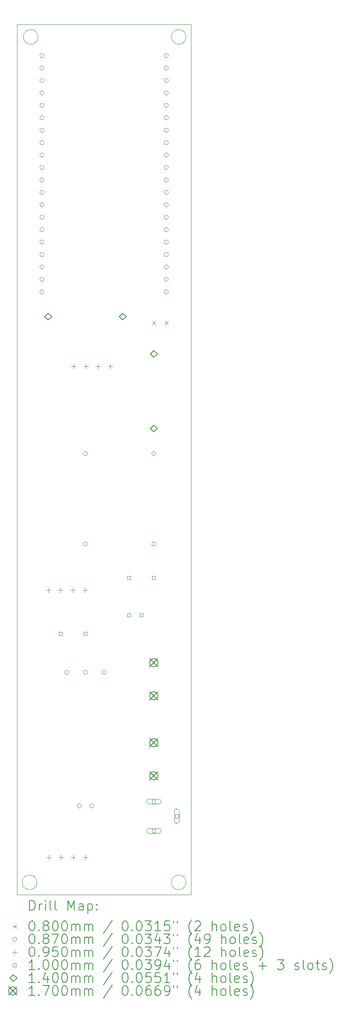
<source format=gbr>
%TF.GenerationSoftware,KiCad,Pcbnew,7.0.11-2.fc39*%
%TF.CreationDate,2024-04-23T12:03:12+00:00*%
%TF.ProjectId,Smart Prusa MK4 enclosure,536d6172-7420-4507-9275-7361204d4b34,1.2*%
%TF.SameCoordinates,Original*%
%TF.FileFunction,Drillmap*%
%TF.FilePolarity,Positive*%
%FSLAX45Y45*%
G04 Gerber Fmt 4.5, Leading zero omitted, Abs format (unit mm)*
G04 Created by KiCad (PCBNEW 7.0.11-2.fc39) date 2024-04-23 12:03:12*
%MOMM*%
%LPD*%
G01*
G04 APERTURE LIST*
%ADD10C,0.100000*%
%ADD11C,0.200000*%
%ADD12C,0.140000*%
%ADD13C,0.170000*%
G04 APERTURE END LIST*
D10*
X5588000Y-1651000D02*
X5588000Y-19431000D01*
X2459000Y-1905000D02*
G75*
G03*
X2159000Y-1905000I-150000J0D01*
G01*
X2159000Y-1905000D02*
G75*
G03*
X2459000Y-1905000I150000J0D01*
G01*
X5484000Y-19177000D02*
G75*
G03*
X5184000Y-19177000I-150000J0D01*
G01*
X5184000Y-19177000D02*
G75*
G03*
X5484000Y-19177000I150000J0D01*
G01*
X2436000Y-19177000D02*
G75*
G03*
X2136000Y-19177000I-150000J0D01*
G01*
X2136000Y-19177000D02*
G75*
G03*
X2436000Y-19177000I150000J0D01*
G01*
X2032000Y-1651000D02*
X5588000Y-1651000D01*
X5484000Y-1905000D02*
G75*
G03*
X5184000Y-1905000I-150000J0D01*
G01*
X5184000Y-1905000D02*
G75*
G03*
X5484000Y-1905000I150000J0D01*
G01*
X5588000Y-19431000D02*
X2032000Y-19431000D01*
X2032000Y-19431000D02*
X2032000Y-1651000D01*
D11*
D10*
X4790000Y-7707000D02*
X4870000Y-7787000D01*
X4870000Y-7707000D02*
X4790000Y-7787000D01*
X5040000Y-7707000D02*
X5120000Y-7787000D01*
X5120000Y-7707000D02*
X5040000Y-7787000D01*
X2583500Y-2286000D02*
G75*
G03*
X2496500Y-2286000I-43500J0D01*
G01*
X2496500Y-2286000D02*
G75*
G03*
X2583500Y-2286000I43500J0D01*
G01*
X2583500Y-2540000D02*
G75*
G03*
X2496500Y-2540000I-43500J0D01*
G01*
X2496500Y-2540000D02*
G75*
G03*
X2583500Y-2540000I43500J0D01*
G01*
X2583500Y-2794000D02*
G75*
G03*
X2496500Y-2794000I-43500J0D01*
G01*
X2496500Y-2794000D02*
G75*
G03*
X2583500Y-2794000I43500J0D01*
G01*
X2583500Y-3048000D02*
G75*
G03*
X2496500Y-3048000I-43500J0D01*
G01*
X2496500Y-3048000D02*
G75*
G03*
X2583500Y-3048000I43500J0D01*
G01*
X2583500Y-3302000D02*
G75*
G03*
X2496500Y-3302000I-43500J0D01*
G01*
X2496500Y-3302000D02*
G75*
G03*
X2583500Y-3302000I43500J0D01*
G01*
X2583500Y-3556000D02*
G75*
G03*
X2496500Y-3556000I-43500J0D01*
G01*
X2496500Y-3556000D02*
G75*
G03*
X2583500Y-3556000I43500J0D01*
G01*
X2583500Y-3810000D02*
G75*
G03*
X2496500Y-3810000I-43500J0D01*
G01*
X2496500Y-3810000D02*
G75*
G03*
X2583500Y-3810000I43500J0D01*
G01*
X2583500Y-4064000D02*
G75*
G03*
X2496500Y-4064000I-43500J0D01*
G01*
X2496500Y-4064000D02*
G75*
G03*
X2583500Y-4064000I43500J0D01*
G01*
X2583500Y-4318000D02*
G75*
G03*
X2496500Y-4318000I-43500J0D01*
G01*
X2496500Y-4318000D02*
G75*
G03*
X2583500Y-4318000I43500J0D01*
G01*
X2583500Y-4572000D02*
G75*
G03*
X2496500Y-4572000I-43500J0D01*
G01*
X2496500Y-4572000D02*
G75*
G03*
X2583500Y-4572000I43500J0D01*
G01*
X2583500Y-4826000D02*
G75*
G03*
X2496500Y-4826000I-43500J0D01*
G01*
X2496500Y-4826000D02*
G75*
G03*
X2583500Y-4826000I43500J0D01*
G01*
X2583500Y-5080000D02*
G75*
G03*
X2496500Y-5080000I-43500J0D01*
G01*
X2496500Y-5080000D02*
G75*
G03*
X2583500Y-5080000I43500J0D01*
G01*
X2583500Y-5334000D02*
G75*
G03*
X2496500Y-5334000I-43500J0D01*
G01*
X2496500Y-5334000D02*
G75*
G03*
X2583500Y-5334000I43500J0D01*
G01*
X2583500Y-5588000D02*
G75*
G03*
X2496500Y-5588000I-43500J0D01*
G01*
X2496500Y-5588000D02*
G75*
G03*
X2583500Y-5588000I43500J0D01*
G01*
X2583500Y-5842000D02*
G75*
G03*
X2496500Y-5842000I-43500J0D01*
G01*
X2496500Y-5842000D02*
G75*
G03*
X2583500Y-5842000I43500J0D01*
G01*
X2583500Y-6096000D02*
G75*
G03*
X2496500Y-6096000I-43500J0D01*
G01*
X2496500Y-6096000D02*
G75*
G03*
X2583500Y-6096000I43500J0D01*
G01*
X2583500Y-6350000D02*
G75*
G03*
X2496500Y-6350000I-43500J0D01*
G01*
X2496500Y-6350000D02*
G75*
G03*
X2583500Y-6350000I43500J0D01*
G01*
X2583500Y-6604000D02*
G75*
G03*
X2496500Y-6604000I-43500J0D01*
G01*
X2496500Y-6604000D02*
G75*
G03*
X2583500Y-6604000I43500J0D01*
G01*
X2583500Y-6858000D02*
G75*
G03*
X2496500Y-6858000I-43500J0D01*
G01*
X2496500Y-6858000D02*
G75*
G03*
X2583500Y-6858000I43500J0D01*
G01*
X2583500Y-7112000D02*
G75*
G03*
X2496500Y-7112000I-43500J0D01*
G01*
X2496500Y-7112000D02*
G75*
G03*
X2583500Y-7112000I43500J0D01*
G01*
X3091500Y-14886000D02*
G75*
G03*
X3004500Y-14886000I-43500J0D01*
G01*
X3004500Y-14886000D02*
G75*
G03*
X3091500Y-14886000I43500J0D01*
G01*
X3345500Y-17616000D02*
G75*
G03*
X3258500Y-17616000I-43500J0D01*
G01*
X3258500Y-17616000D02*
G75*
G03*
X3345500Y-17616000I43500J0D01*
G01*
X3469500Y-10414000D02*
G75*
G03*
X3382500Y-10414000I-43500J0D01*
G01*
X3382500Y-10414000D02*
G75*
G03*
X3469500Y-10414000I43500J0D01*
G01*
X3469500Y-12264000D02*
G75*
G03*
X3382500Y-12264000I-43500J0D01*
G01*
X3382500Y-12264000D02*
G75*
G03*
X3469500Y-12264000I43500J0D01*
G01*
X3472500Y-14886000D02*
G75*
G03*
X3385500Y-14886000I-43500J0D01*
G01*
X3385500Y-14886000D02*
G75*
G03*
X3472500Y-14886000I43500J0D01*
G01*
X3599500Y-17616000D02*
G75*
G03*
X3512500Y-17616000I-43500J0D01*
G01*
X3512500Y-17616000D02*
G75*
G03*
X3599500Y-17616000I43500J0D01*
G01*
X3853500Y-14886000D02*
G75*
G03*
X3766500Y-14886000I-43500J0D01*
G01*
X3766500Y-14886000D02*
G75*
G03*
X3853500Y-14886000I43500J0D01*
G01*
X4869500Y-10414000D02*
G75*
G03*
X4782500Y-10414000I-43500J0D01*
G01*
X4782500Y-10414000D02*
G75*
G03*
X4869500Y-10414000I43500J0D01*
G01*
X4869500Y-12264000D02*
G75*
G03*
X4782500Y-12264000I-43500J0D01*
G01*
X4782500Y-12264000D02*
G75*
G03*
X4869500Y-12264000I43500J0D01*
G01*
X5123500Y-2286000D02*
G75*
G03*
X5036500Y-2286000I-43500J0D01*
G01*
X5036500Y-2286000D02*
G75*
G03*
X5123500Y-2286000I43500J0D01*
G01*
X5123500Y-2540000D02*
G75*
G03*
X5036500Y-2540000I-43500J0D01*
G01*
X5036500Y-2540000D02*
G75*
G03*
X5123500Y-2540000I43500J0D01*
G01*
X5123500Y-2794000D02*
G75*
G03*
X5036500Y-2794000I-43500J0D01*
G01*
X5036500Y-2794000D02*
G75*
G03*
X5123500Y-2794000I43500J0D01*
G01*
X5123500Y-3048000D02*
G75*
G03*
X5036500Y-3048000I-43500J0D01*
G01*
X5036500Y-3048000D02*
G75*
G03*
X5123500Y-3048000I43500J0D01*
G01*
X5123500Y-3302000D02*
G75*
G03*
X5036500Y-3302000I-43500J0D01*
G01*
X5036500Y-3302000D02*
G75*
G03*
X5123500Y-3302000I43500J0D01*
G01*
X5123500Y-3556000D02*
G75*
G03*
X5036500Y-3556000I-43500J0D01*
G01*
X5036500Y-3556000D02*
G75*
G03*
X5123500Y-3556000I43500J0D01*
G01*
X5123500Y-3810000D02*
G75*
G03*
X5036500Y-3810000I-43500J0D01*
G01*
X5036500Y-3810000D02*
G75*
G03*
X5123500Y-3810000I43500J0D01*
G01*
X5123500Y-4064000D02*
G75*
G03*
X5036500Y-4064000I-43500J0D01*
G01*
X5036500Y-4064000D02*
G75*
G03*
X5123500Y-4064000I43500J0D01*
G01*
X5123500Y-4318000D02*
G75*
G03*
X5036500Y-4318000I-43500J0D01*
G01*
X5036500Y-4318000D02*
G75*
G03*
X5123500Y-4318000I43500J0D01*
G01*
X5123500Y-4572000D02*
G75*
G03*
X5036500Y-4572000I-43500J0D01*
G01*
X5036500Y-4572000D02*
G75*
G03*
X5123500Y-4572000I43500J0D01*
G01*
X5123500Y-4826000D02*
G75*
G03*
X5036500Y-4826000I-43500J0D01*
G01*
X5036500Y-4826000D02*
G75*
G03*
X5123500Y-4826000I43500J0D01*
G01*
X5123500Y-5080000D02*
G75*
G03*
X5036500Y-5080000I-43500J0D01*
G01*
X5036500Y-5080000D02*
G75*
G03*
X5123500Y-5080000I43500J0D01*
G01*
X5123500Y-5334000D02*
G75*
G03*
X5036500Y-5334000I-43500J0D01*
G01*
X5036500Y-5334000D02*
G75*
G03*
X5123500Y-5334000I43500J0D01*
G01*
X5123500Y-5588000D02*
G75*
G03*
X5036500Y-5588000I-43500J0D01*
G01*
X5036500Y-5588000D02*
G75*
G03*
X5123500Y-5588000I43500J0D01*
G01*
X5123500Y-5842000D02*
G75*
G03*
X5036500Y-5842000I-43500J0D01*
G01*
X5036500Y-5842000D02*
G75*
G03*
X5123500Y-5842000I43500J0D01*
G01*
X5123500Y-6096000D02*
G75*
G03*
X5036500Y-6096000I-43500J0D01*
G01*
X5036500Y-6096000D02*
G75*
G03*
X5123500Y-6096000I43500J0D01*
G01*
X5123500Y-6350000D02*
G75*
G03*
X5036500Y-6350000I-43500J0D01*
G01*
X5036500Y-6350000D02*
G75*
G03*
X5123500Y-6350000I43500J0D01*
G01*
X5123500Y-6604000D02*
G75*
G03*
X5036500Y-6604000I-43500J0D01*
G01*
X5036500Y-6604000D02*
G75*
G03*
X5123500Y-6604000I43500J0D01*
G01*
X5123500Y-6858000D02*
G75*
G03*
X5036500Y-6858000I-43500J0D01*
G01*
X5036500Y-6858000D02*
G75*
G03*
X5123500Y-6858000I43500J0D01*
G01*
X5123500Y-7112000D02*
G75*
G03*
X5036500Y-7112000I-43500J0D01*
G01*
X5036500Y-7112000D02*
G75*
G03*
X5123500Y-7112000I43500J0D01*
G01*
X2671000Y-13160500D02*
X2671000Y-13255500D01*
X2623500Y-13208000D02*
X2718500Y-13208000D01*
X2679000Y-18621500D02*
X2679000Y-18716500D01*
X2631500Y-18669000D02*
X2726500Y-18669000D01*
X2921000Y-13160500D02*
X2921000Y-13255500D01*
X2873500Y-13208000D02*
X2968500Y-13208000D01*
X2929000Y-18621500D02*
X2929000Y-18716500D01*
X2881500Y-18669000D02*
X2976500Y-18669000D01*
X3171000Y-13160500D02*
X3171000Y-13255500D01*
X3123500Y-13208000D02*
X3218500Y-13208000D01*
X3179000Y-18621500D02*
X3179000Y-18716500D01*
X3131500Y-18669000D02*
X3226500Y-18669000D01*
X3187000Y-8588500D02*
X3187000Y-8683500D01*
X3139500Y-8636000D02*
X3234500Y-8636000D01*
X3421000Y-13160500D02*
X3421000Y-13255500D01*
X3373500Y-13208000D02*
X3468500Y-13208000D01*
X3429000Y-18621500D02*
X3429000Y-18716500D01*
X3381500Y-18669000D02*
X3476500Y-18669000D01*
X3437000Y-8588500D02*
X3437000Y-8683500D01*
X3389500Y-8636000D02*
X3484500Y-8636000D01*
X3687000Y-8588500D02*
X3687000Y-8683500D01*
X3639500Y-8636000D02*
X3734500Y-8636000D01*
X3937000Y-8588500D02*
X3937000Y-8683500D01*
X3889500Y-8636000D02*
X3984500Y-8636000D01*
X2956356Y-14132356D02*
X2956356Y-14061644D01*
X2885644Y-14061644D01*
X2885644Y-14132356D01*
X2956356Y-14132356D01*
X3464356Y-14132356D02*
X3464356Y-14061644D01*
X3393644Y-14061644D01*
X3393644Y-14132356D01*
X3464356Y-14132356D01*
X4353356Y-12989356D02*
X4353356Y-12918644D01*
X4282644Y-12918644D01*
X4282644Y-12989356D01*
X4353356Y-12989356D01*
X4353356Y-13751356D02*
X4353356Y-13680644D01*
X4282644Y-13680644D01*
X4282644Y-13751356D01*
X4353356Y-13751356D01*
X4603356Y-13751356D02*
X4603356Y-13680644D01*
X4532644Y-13680644D01*
X4532644Y-13751356D01*
X4603356Y-13751356D01*
X4861356Y-12989356D02*
X4861356Y-12918644D01*
X4790644Y-12918644D01*
X4790644Y-12989356D01*
X4861356Y-12989356D01*
X4861356Y-17561356D02*
X4861356Y-17490644D01*
X4790644Y-17490644D01*
X4790644Y-17561356D01*
X4861356Y-17561356D01*
X4726000Y-17576000D02*
X4926000Y-17576000D01*
X4926000Y-17576000D02*
G75*
G03*
X4926000Y-17476000I0J50000D01*
G01*
X4926000Y-17476000D02*
X4726000Y-17476000D01*
X4726000Y-17476000D02*
G75*
G03*
X4726000Y-17576000I0J-50000D01*
G01*
X4861356Y-18161356D02*
X4861356Y-18090644D01*
X4790644Y-18090644D01*
X4790644Y-18161356D01*
X4861356Y-18161356D01*
X4726000Y-18176000D02*
X4926000Y-18176000D01*
X4926000Y-18176000D02*
G75*
G03*
X4926000Y-18076000I0J50000D01*
G01*
X4926000Y-18076000D02*
X4726000Y-18076000D01*
X4726000Y-18076000D02*
G75*
G03*
X4726000Y-18176000I0J-50000D01*
G01*
X5331356Y-17861356D02*
X5331356Y-17790644D01*
X5260644Y-17790644D01*
X5260644Y-17861356D01*
X5331356Y-17861356D01*
X5346000Y-17926000D02*
X5346000Y-17726000D01*
X5346000Y-17726000D02*
G75*
G03*
X5246000Y-17726000I-50000J0D01*
G01*
X5246000Y-17726000D02*
X5246000Y-17926000D01*
X5246000Y-17926000D02*
G75*
G03*
X5346000Y-17926000I50000J0D01*
G01*
D12*
X2667000Y-7690000D02*
X2737000Y-7620000D01*
X2667000Y-7550000D01*
X2597000Y-7620000D01*
X2667000Y-7690000D01*
X4191000Y-7690000D02*
X4261000Y-7620000D01*
X4191000Y-7550000D01*
X4121000Y-7620000D01*
X4191000Y-7690000D01*
X4826000Y-8452000D02*
X4896000Y-8382000D01*
X4826000Y-8312000D01*
X4756000Y-8382000D01*
X4826000Y-8452000D01*
X4826000Y-9976000D02*
X4896000Y-9906000D01*
X4826000Y-9836000D01*
X4756000Y-9906000D01*
X4826000Y-9976000D01*
D13*
X4741000Y-14606000D02*
X4911000Y-14776000D01*
X4911000Y-14606000D02*
X4741000Y-14776000D01*
X4911000Y-14691000D02*
G75*
G03*
X4741000Y-14691000I-85000J0D01*
G01*
X4741000Y-14691000D02*
G75*
G03*
X4911000Y-14691000I85000J0D01*
G01*
X4741000Y-15282000D02*
X4911000Y-15452000D01*
X4911000Y-15282000D02*
X4741000Y-15452000D01*
X4911000Y-15367000D02*
G75*
G03*
X4741000Y-15367000I-85000J0D01*
G01*
X4741000Y-15367000D02*
G75*
G03*
X4911000Y-15367000I85000J0D01*
G01*
X4741000Y-16241000D02*
X4911000Y-16411000D01*
X4911000Y-16241000D02*
X4741000Y-16411000D01*
X4911000Y-16326000D02*
G75*
G03*
X4741000Y-16326000I-85000J0D01*
G01*
X4741000Y-16326000D02*
G75*
G03*
X4911000Y-16326000I85000J0D01*
G01*
X4741000Y-16917000D02*
X4911000Y-17087000D01*
X4911000Y-16917000D02*
X4741000Y-17087000D01*
X4911000Y-17002000D02*
G75*
G03*
X4741000Y-17002000I-85000J0D01*
G01*
X4741000Y-17002000D02*
G75*
G03*
X4911000Y-17002000I85000J0D01*
G01*
D11*
X2287777Y-19747484D02*
X2287777Y-19547484D01*
X2287777Y-19547484D02*
X2335396Y-19547484D01*
X2335396Y-19547484D02*
X2363967Y-19557008D01*
X2363967Y-19557008D02*
X2383015Y-19576055D01*
X2383015Y-19576055D02*
X2392539Y-19595103D01*
X2392539Y-19595103D02*
X2402063Y-19633198D01*
X2402063Y-19633198D02*
X2402063Y-19661770D01*
X2402063Y-19661770D02*
X2392539Y-19699865D01*
X2392539Y-19699865D02*
X2383015Y-19718912D01*
X2383015Y-19718912D02*
X2363967Y-19737960D01*
X2363967Y-19737960D02*
X2335396Y-19747484D01*
X2335396Y-19747484D02*
X2287777Y-19747484D01*
X2487777Y-19747484D02*
X2487777Y-19614150D01*
X2487777Y-19652246D02*
X2497301Y-19633198D01*
X2497301Y-19633198D02*
X2506824Y-19623674D01*
X2506824Y-19623674D02*
X2525872Y-19614150D01*
X2525872Y-19614150D02*
X2544920Y-19614150D01*
X2611586Y-19747484D02*
X2611586Y-19614150D01*
X2611586Y-19547484D02*
X2602063Y-19557008D01*
X2602063Y-19557008D02*
X2611586Y-19566531D01*
X2611586Y-19566531D02*
X2621110Y-19557008D01*
X2621110Y-19557008D02*
X2611586Y-19547484D01*
X2611586Y-19547484D02*
X2611586Y-19566531D01*
X2735396Y-19747484D02*
X2716348Y-19737960D01*
X2716348Y-19737960D02*
X2706824Y-19718912D01*
X2706824Y-19718912D02*
X2706824Y-19547484D01*
X2840158Y-19747484D02*
X2821110Y-19737960D01*
X2821110Y-19737960D02*
X2811586Y-19718912D01*
X2811586Y-19718912D02*
X2811586Y-19547484D01*
X3068729Y-19747484D02*
X3068729Y-19547484D01*
X3068729Y-19547484D02*
X3135396Y-19690341D01*
X3135396Y-19690341D02*
X3202062Y-19547484D01*
X3202062Y-19547484D02*
X3202062Y-19747484D01*
X3383015Y-19747484D02*
X3383015Y-19642722D01*
X3383015Y-19642722D02*
X3373491Y-19623674D01*
X3373491Y-19623674D02*
X3354443Y-19614150D01*
X3354443Y-19614150D02*
X3316348Y-19614150D01*
X3316348Y-19614150D02*
X3297301Y-19623674D01*
X3383015Y-19737960D02*
X3363967Y-19747484D01*
X3363967Y-19747484D02*
X3316348Y-19747484D01*
X3316348Y-19747484D02*
X3297301Y-19737960D01*
X3297301Y-19737960D02*
X3287777Y-19718912D01*
X3287777Y-19718912D02*
X3287777Y-19699865D01*
X3287777Y-19699865D02*
X3297301Y-19680817D01*
X3297301Y-19680817D02*
X3316348Y-19671293D01*
X3316348Y-19671293D02*
X3363967Y-19671293D01*
X3363967Y-19671293D02*
X3383015Y-19661770D01*
X3478253Y-19614150D02*
X3478253Y-19814150D01*
X3478253Y-19623674D02*
X3497301Y-19614150D01*
X3497301Y-19614150D02*
X3535396Y-19614150D01*
X3535396Y-19614150D02*
X3554443Y-19623674D01*
X3554443Y-19623674D02*
X3563967Y-19633198D01*
X3563967Y-19633198D02*
X3573491Y-19652246D01*
X3573491Y-19652246D02*
X3573491Y-19709389D01*
X3573491Y-19709389D02*
X3563967Y-19728436D01*
X3563967Y-19728436D02*
X3554443Y-19737960D01*
X3554443Y-19737960D02*
X3535396Y-19747484D01*
X3535396Y-19747484D02*
X3497301Y-19747484D01*
X3497301Y-19747484D02*
X3478253Y-19737960D01*
X3659205Y-19728436D02*
X3668729Y-19737960D01*
X3668729Y-19737960D02*
X3659205Y-19747484D01*
X3659205Y-19747484D02*
X3649682Y-19737960D01*
X3649682Y-19737960D02*
X3659205Y-19728436D01*
X3659205Y-19728436D02*
X3659205Y-19747484D01*
X3659205Y-19623674D02*
X3668729Y-19633198D01*
X3668729Y-19633198D02*
X3659205Y-19642722D01*
X3659205Y-19642722D02*
X3649682Y-19633198D01*
X3649682Y-19633198D02*
X3659205Y-19623674D01*
X3659205Y-19623674D02*
X3659205Y-19642722D01*
D10*
X1947000Y-20036000D02*
X2027000Y-20116000D01*
X2027000Y-20036000D02*
X1947000Y-20116000D01*
D11*
X2325872Y-19967484D02*
X2344920Y-19967484D01*
X2344920Y-19967484D02*
X2363967Y-19977008D01*
X2363967Y-19977008D02*
X2373491Y-19986531D01*
X2373491Y-19986531D02*
X2383015Y-20005579D01*
X2383015Y-20005579D02*
X2392539Y-20043674D01*
X2392539Y-20043674D02*
X2392539Y-20091293D01*
X2392539Y-20091293D02*
X2383015Y-20129389D01*
X2383015Y-20129389D02*
X2373491Y-20148436D01*
X2373491Y-20148436D02*
X2363967Y-20157960D01*
X2363967Y-20157960D02*
X2344920Y-20167484D01*
X2344920Y-20167484D02*
X2325872Y-20167484D01*
X2325872Y-20167484D02*
X2306824Y-20157960D01*
X2306824Y-20157960D02*
X2297301Y-20148436D01*
X2297301Y-20148436D02*
X2287777Y-20129389D01*
X2287777Y-20129389D02*
X2278253Y-20091293D01*
X2278253Y-20091293D02*
X2278253Y-20043674D01*
X2278253Y-20043674D02*
X2287777Y-20005579D01*
X2287777Y-20005579D02*
X2297301Y-19986531D01*
X2297301Y-19986531D02*
X2306824Y-19977008D01*
X2306824Y-19977008D02*
X2325872Y-19967484D01*
X2478253Y-20148436D02*
X2487777Y-20157960D01*
X2487777Y-20157960D02*
X2478253Y-20167484D01*
X2478253Y-20167484D02*
X2468729Y-20157960D01*
X2468729Y-20157960D02*
X2478253Y-20148436D01*
X2478253Y-20148436D02*
X2478253Y-20167484D01*
X2602063Y-20053198D02*
X2583015Y-20043674D01*
X2583015Y-20043674D02*
X2573491Y-20034150D01*
X2573491Y-20034150D02*
X2563967Y-20015103D01*
X2563967Y-20015103D02*
X2563967Y-20005579D01*
X2563967Y-20005579D02*
X2573491Y-19986531D01*
X2573491Y-19986531D02*
X2583015Y-19977008D01*
X2583015Y-19977008D02*
X2602063Y-19967484D01*
X2602063Y-19967484D02*
X2640158Y-19967484D01*
X2640158Y-19967484D02*
X2659205Y-19977008D01*
X2659205Y-19977008D02*
X2668729Y-19986531D01*
X2668729Y-19986531D02*
X2678253Y-20005579D01*
X2678253Y-20005579D02*
X2678253Y-20015103D01*
X2678253Y-20015103D02*
X2668729Y-20034150D01*
X2668729Y-20034150D02*
X2659205Y-20043674D01*
X2659205Y-20043674D02*
X2640158Y-20053198D01*
X2640158Y-20053198D02*
X2602063Y-20053198D01*
X2602063Y-20053198D02*
X2583015Y-20062722D01*
X2583015Y-20062722D02*
X2573491Y-20072246D01*
X2573491Y-20072246D02*
X2563967Y-20091293D01*
X2563967Y-20091293D02*
X2563967Y-20129389D01*
X2563967Y-20129389D02*
X2573491Y-20148436D01*
X2573491Y-20148436D02*
X2583015Y-20157960D01*
X2583015Y-20157960D02*
X2602063Y-20167484D01*
X2602063Y-20167484D02*
X2640158Y-20167484D01*
X2640158Y-20167484D02*
X2659205Y-20157960D01*
X2659205Y-20157960D02*
X2668729Y-20148436D01*
X2668729Y-20148436D02*
X2678253Y-20129389D01*
X2678253Y-20129389D02*
X2678253Y-20091293D01*
X2678253Y-20091293D02*
X2668729Y-20072246D01*
X2668729Y-20072246D02*
X2659205Y-20062722D01*
X2659205Y-20062722D02*
X2640158Y-20053198D01*
X2802062Y-19967484D02*
X2821110Y-19967484D01*
X2821110Y-19967484D02*
X2840158Y-19977008D01*
X2840158Y-19977008D02*
X2849682Y-19986531D01*
X2849682Y-19986531D02*
X2859205Y-20005579D01*
X2859205Y-20005579D02*
X2868729Y-20043674D01*
X2868729Y-20043674D02*
X2868729Y-20091293D01*
X2868729Y-20091293D02*
X2859205Y-20129389D01*
X2859205Y-20129389D02*
X2849682Y-20148436D01*
X2849682Y-20148436D02*
X2840158Y-20157960D01*
X2840158Y-20157960D02*
X2821110Y-20167484D01*
X2821110Y-20167484D02*
X2802062Y-20167484D01*
X2802062Y-20167484D02*
X2783015Y-20157960D01*
X2783015Y-20157960D02*
X2773491Y-20148436D01*
X2773491Y-20148436D02*
X2763967Y-20129389D01*
X2763967Y-20129389D02*
X2754444Y-20091293D01*
X2754444Y-20091293D02*
X2754444Y-20043674D01*
X2754444Y-20043674D02*
X2763967Y-20005579D01*
X2763967Y-20005579D02*
X2773491Y-19986531D01*
X2773491Y-19986531D02*
X2783015Y-19977008D01*
X2783015Y-19977008D02*
X2802062Y-19967484D01*
X2992539Y-19967484D02*
X3011586Y-19967484D01*
X3011586Y-19967484D02*
X3030634Y-19977008D01*
X3030634Y-19977008D02*
X3040158Y-19986531D01*
X3040158Y-19986531D02*
X3049682Y-20005579D01*
X3049682Y-20005579D02*
X3059205Y-20043674D01*
X3059205Y-20043674D02*
X3059205Y-20091293D01*
X3059205Y-20091293D02*
X3049682Y-20129389D01*
X3049682Y-20129389D02*
X3040158Y-20148436D01*
X3040158Y-20148436D02*
X3030634Y-20157960D01*
X3030634Y-20157960D02*
X3011586Y-20167484D01*
X3011586Y-20167484D02*
X2992539Y-20167484D01*
X2992539Y-20167484D02*
X2973491Y-20157960D01*
X2973491Y-20157960D02*
X2963967Y-20148436D01*
X2963967Y-20148436D02*
X2954443Y-20129389D01*
X2954443Y-20129389D02*
X2944920Y-20091293D01*
X2944920Y-20091293D02*
X2944920Y-20043674D01*
X2944920Y-20043674D02*
X2954443Y-20005579D01*
X2954443Y-20005579D02*
X2963967Y-19986531D01*
X2963967Y-19986531D02*
X2973491Y-19977008D01*
X2973491Y-19977008D02*
X2992539Y-19967484D01*
X3144920Y-20167484D02*
X3144920Y-20034150D01*
X3144920Y-20053198D02*
X3154443Y-20043674D01*
X3154443Y-20043674D02*
X3173491Y-20034150D01*
X3173491Y-20034150D02*
X3202063Y-20034150D01*
X3202063Y-20034150D02*
X3221110Y-20043674D01*
X3221110Y-20043674D02*
X3230634Y-20062722D01*
X3230634Y-20062722D02*
X3230634Y-20167484D01*
X3230634Y-20062722D02*
X3240158Y-20043674D01*
X3240158Y-20043674D02*
X3259205Y-20034150D01*
X3259205Y-20034150D02*
X3287777Y-20034150D01*
X3287777Y-20034150D02*
X3306824Y-20043674D01*
X3306824Y-20043674D02*
X3316348Y-20062722D01*
X3316348Y-20062722D02*
X3316348Y-20167484D01*
X3411586Y-20167484D02*
X3411586Y-20034150D01*
X3411586Y-20053198D02*
X3421110Y-20043674D01*
X3421110Y-20043674D02*
X3440158Y-20034150D01*
X3440158Y-20034150D02*
X3468729Y-20034150D01*
X3468729Y-20034150D02*
X3487777Y-20043674D01*
X3487777Y-20043674D02*
X3497301Y-20062722D01*
X3497301Y-20062722D02*
X3497301Y-20167484D01*
X3497301Y-20062722D02*
X3506824Y-20043674D01*
X3506824Y-20043674D02*
X3525872Y-20034150D01*
X3525872Y-20034150D02*
X3554443Y-20034150D01*
X3554443Y-20034150D02*
X3573491Y-20043674D01*
X3573491Y-20043674D02*
X3583015Y-20062722D01*
X3583015Y-20062722D02*
X3583015Y-20167484D01*
X3973491Y-19957960D02*
X3802063Y-20215103D01*
X4230634Y-19967484D02*
X4249682Y-19967484D01*
X4249682Y-19967484D02*
X4268729Y-19977008D01*
X4268729Y-19977008D02*
X4278253Y-19986531D01*
X4278253Y-19986531D02*
X4287777Y-20005579D01*
X4287777Y-20005579D02*
X4297301Y-20043674D01*
X4297301Y-20043674D02*
X4297301Y-20091293D01*
X4297301Y-20091293D02*
X4287777Y-20129389D01*
X4287777Y-20129389D02*
X4278253Y-20148436D01*
X4278253Y-20148436D02*
X4268729Y-20157960D01*
X4268729Y-20157960D02*
X4249682Y-20167484D01*
X4249682Y-20167484D02*
X4230634Y-20167484D01*
X4230634Y-20167484D02*
X4211587Y-20157960D01*
X4211587Y-20157960D02*
X4202063Y-20148436D01*
X4202063Y-20148436D02*
X4192539Y-20129389D01*
X4192539Y-20129389D02*
X4183015Y-20091293D01*
X4183015Y-20091293D02*
X4183015Y-20043674D01*
X4183015Y-20043674D02*
X4192539Y-20005579D01*
X4192539Y-20005579D02*
X4202063Y-19986531D01*
X4202063Y-19986531D02*
X4211587Y-19977008D01*
X4211587Y-19977008D02*
X4230634Y-19967484D01*
X4383015Y-20148436D02*
X4392539Y-20157960D01*
X4392539Y-20157960D02*
X4383015Y-20167484D01*
X4383015Y-20167484D02*
X4373491Y-20157960D01*
X4373491Y-20157960D02*
X4383015Y-20148436D01*
X4383015Y-20148436D02*
X4383015Y-20167484D01*
X4516348Y-19967484D02*
X4535396Y-19967484D01*
X4535396Y-19967484D02*
X4554444Y-19977008D01*
X4554444Y-19977008D02*
X4563968Y-19986531D01*
X4563968Y-19986531D02*
X4573491Y-20005579D01*
X4573491Y-20005579D02*
X4583015Y-20043674D01*
X4583015Y-20043674D02*
X4583015Y-20091293D01*
X4583015Y-20091293D02*
X4573491Y-20129389D01*
X4573491Y-20129389D02*
X4563968Y-20148436D01*
X4563968Y-20148436D02*
X4554444Y-20157960D01*
X4554444Y-20157960D02*
X4535396Y-20167484D01*
X4535396Y-20167484D02*
X4516348Y-20167484D01*
X4516348Y-20167484D02*
X4497301Y-20157960D01*
X4497301Y-20157960D02*
X4487777Y-20148436D01*
X4487777Y-20148436D02*
X4478253Y-20129389D01*
X4478253Y-20129389D02*
X4468729Y-20091293D01*
X4468729Y-20091293D02*
X4468729Y-20043674D01*
X4468729Y-20043674D02*
X4478253Y-20005579D01*
X4478253Y-20005579D02*
X4487777Y-19986531D01*
X4487777Y-19986531D02*
X4497301Y-19977008D01*
X4497301Y-19977008D02*
X4516348Y-19967484D01*
X4649682Y-19967484D02*
X4773491Y-19967484D01*
X4773491Y-19967484D02*
X4706825Y-20043674D01*
X4706825Y-20043674D02*
X4735396Y-20043674D01*
X4735396Y-20043674D02*
X4754444Y-20053198D01*
X4754444Y-20053198D02*
X4763968Y-20062722D01*
X4763968Y-20062722D02*
X4773491Y-20081770D01*
X4773491Y-20081770D02*
X4773491Y-20129389D01*
X4773491Y-20129389D02*
X4763968Y-20148436D01*
X4763968Y-20148436D02*
X4754444Y-20157960D01*
X4754444Y-20157960D02*
X4735396Y-20167484D01*
X4735396Y-20167484D02*
X4678253Y-20167484D01*
X4678253Y-20167484D02*
X4659206Y-20157960D01*
X4659206Y-20157960D02*
X4649682Y-20148436D01*
X4963968Y-20167484D02*
X4849682Y-20167484D01*
X4906825Y-20167484D02*
X4906825Y-19967484D01*
X4906825Y-19967484D02*
X4887777Y-19996055D01*
X4887777Y-19996055D02*
X4868729Y-20015103D01*
X4868729Y-20015103D02*
X4849682Y-20024627D01*
X5144920Y-19967484D02*
X5049682Y-19967484D01*
X5049682Y-19967484D02*
X5040158Y-20062722D01*
X5040158Y-20062722D02*
X5049682Y-20053198D01*
X5049682Y-20053198D02*
X5068729Y-20043674D01*
X5068729Y-20043674D02*
X5116349Y-20043674D01*
X5116349Y-20043674D02*
X5135396Y-20053198D01*
X5135396Y-20053198D02*
X5144920Y-20062722D01*
X5144920Y-20062722D02*
X5154444Y-20081770D01*
X5154444Y-20081770D02*
X5154444Y-20129389D01*
X5154444Y-20129389D02*
X5144920Y-20148436D01*
X5144920Y-20148436D02*
X5135396Y-20157960D01*
X5135396Y-20157960D02*
X5116349Y-20167484D01*
X5116349Y-20167484D02*
X5068729Y-20167484D01*
X5068729Y-20167484D02*
X5049682Y-20157960D01*
X5049682Y-20157960D02*
X5040158Y-20148436D01*
X5230634Y-19967484D02*
X5230634Y-20005579D01*
X5306825Y-19967484D02*
X5306825Y-20005579D01*
X5602063Y-20243674D02*
X5592539Y-20234150D01*
X5592539Y-20234150D02*
X5573491Y-20205579D01*
X5573491Y-20205579D02*
X5563968Y-20186531D01*
X5563968Y-20186531D02*
X5554444Y-20157960D01*
X5554444Y-20157960D02*
X5544920Y-20110341D01*
X5544920Y-20110341D02*
X5544920Y-20072246D01*
X5544920Y-20072246D02*
X5554444Y-20024627D01*
X5554444Y-20024627D02*
X5563968Y-19996055D01*
X5563968Y-19996055D02*
X5573491Y-19977008D01*
X5573491Y-19977008D02*
X5592539Y-19948436D01*
X5592539Y-19948436D02*
X5602063Y-19938912D01*
X5668729Y-19986531D02*
X5678253Y-19977008D01*
X5678253Y-19977008D02*
X5697301Y-19967484D01*
X5697301Y-19967484D02*
X5744920Y-19967484D01*
X5744920Y-19967484D02*
X5763968Y-19977008D01*
X5763968Y-19977008D02*
X5773491Y-19986531D01*
X5773491Y-19986531D02*
X5783015Y-20005579D01*
X5783015Y-20005579D02*
X5783015Y-20024627D01*
X5783015Y-20024627D02*
X5773491Y-20053198D01*
X5773491Y-20053198D02*
X5659206Y-20167484D01*
X5659206Y-20167484D02*
X5783015Y-20167484D01*
X6021110Y-20167484D02*
X6021110Y-19967484D01*
X6106825Y-20167484D02*
X6106825Y-20062722D01*
X6106825Y-20062722D02*
X6097301Y-20043674D01*
X6097301Y-20043674D02*
X6078253Y-20034150D01*
X6078253Y-20034150D02*
X6049682Y-20034150D01*
X6049682Y-20034150D02*
X6030634Y-20043674D01*
X6030634Y-20043674D02*
X6021110Y-20053198D01*
X6230634Y-20167484D02*
X6211587Y-20157960D01*
X6211587Y-20157960D02*
X6202063Y-20148436D01*
X6202063Y-20148436D02*
X6192539Y-20129389D01*
X6192539Y-20129389D02*
X6192539Y-20072246D01*
X6192539Y-20072246D02*
X6202063Y-20053198D01*
X6202063Y-20053198D02*
X6211587Y-20043674D01*
X6211587Y-20043674D02*
X6230634Y-20034150D01*
X6230634Y-20034150D02*
X6259206Y-20034150D01*
X6259206Y-20034150D02*
X6278253Y-20043674D01*
X6278253Y-20043674D02*
X6287777Y-20053198D01*
X6287777Y-20053198D02*
X6297301Y-20072246D01*
X6297301Y-20072246D02*
X6297301Y-20129389D01*
X6297301Y-20129389D02*
X6287777Y-20148436D01*
X6287777Y-20148436D02*
X6278253Y-20157960D01*
X6278253Y-20157960D02*
X6259206Y-20167484D01*
X6259206Y-20167484D02*
X6230634Y-20167484D01*
X6411587Y-20167484D02*
X6392539Y-20157960D01*
X6392539Y-20157960D02*
X6383015Y-20138912D01*
X6383015Y-20138912D02*
X6383015Y-19967484D01*
X6563968Y-20157960D02*
X6544920Y-20167484D01*
X6544920Y-20167484D02*
X6506825Y-20167484D01*
X6506825Y-20167484D02*
X6487777Y-20157960D01*
X6487777Y-20157960D02*
X6478253Y-20138912D01*
X6478253Y-20138912D02*
X6478253Y-20062722D01*
X6478253Y-20062722D02*
X6487777Y-20043674D01*
X6487777Y-20043674D02*
X6506825Y-20034150D01*
X6506825Y-20034150D02*
X6544920Y-20034150D01*
X6544920Y-20034150D02*
X6563968Y-20043674D01*
X6563968Y-20043674D02*
X6573491Y-20062722D01*
X6573491Y-20062722D02*
X6573491Y-20081770D01*
X6573491Y-20081770D02*
X6478253Y-20100817D01*
X6649682Y-20157960D02*
X6668730Y-20167484D01*
X6668730Y-20167484D02*
X6706825Y-20167484D01*
X6706825Y-20167484D02*
X6725872Y-20157960D01*
X6725872Y-20157960D02*
X6735396Y-20138912D01*
X6735396Y-20138912D02*
X6735396Y-20129389D01*
X6735396Y-20129389D02*
X6725872Y-20110341D01*
X6725872Y-20110341D02*
X6706825Y-20100817D01*
X6706825Y-20100817D02*
X6678253Y-20100817D01*
X6678253Y-20100817D02*
X6659206Y-20091293D01*
X6659206Y-20091293D02*
X6649682Y-20072246D01*
X6649682Y-20072246D02*
X6649682Y-20062722D01*
X6649682Y-20062722D02*
X6659206Y-20043674D01*
X6659206Y-20043674D02*
X6678253Y-20034150D01*
X6678253Y-20034150D02*
X6706825Y-20034150D01*
X6706825Y-20034150D02*
X6725872Y-20043674D01*
X6802063Y-20243674D02*
X6811587Y-20234150D01*
X6811587Y-20234150D02*
X6830634Y-20205579D01*
X6830634Y-20205579D02*
X6840158Y-20186531D01*
X6840158Y-20186531D02*
X6849682Y-20157960D01*
X6849682Y-20157960D02*
X6859206Y-20110341D01*
X6859206Y-20110341D02*
X6859206Y-20072246D01*
X6859206Y-20072246D02*
X6849682Y-20024627D01*
X6849682Y-20024627D02*
X6840158Y-19996055D01*
X6840158Y-19996055D02*
X6830634Y-19977008D01*
X6830634Y-19977008D02*
X6811587Y-19948436D01*
X6811587Y-19948436D02*
X6802063Y-19938912D01*
D10*
X2027000Y-20340000D02*
G75*
G03*
X1940000Y-20340000I-43500J0D01*
G01*
X1940000Y-20340000D02*
G75*
G03*
X2027000Y-20340000I43500J0D01*
G01*
D11*
X2325872Y-20231484D02*
X2344920Y-20231484D01*
X2344920Y-20231484D02*
X2363967Y-20241008D01*
X2363967Y-20241008D02*
X2373491Y-20250531D01*
X2373491Y-20250531D02*
X2383015Y-20269579D01*
X2383015Y-20269579D02*
X2392539Y-20307674D01*
X2392539Y-20307674D02*
X2392539Y-20355293D01*
X2392539Y-20355293D02*
X2383015Y-20393389D01*
X2383015Y-20393389D02*
X2373491Y-20412436D01*
X2373491Y-20412436D02*
X2363967Y-20421960D01*
X2363967Y-20421960D02*
X2344920Y-20431484D01*
X2344920Y-20431484D02*
X2325872Y-20431484D01*
X2325872Y-20431484D02*
X2306824Y-20421960D01*
X2306824Y-20421960D02*
X2297301Y-20412436D01*
X2297301Y-20412436D02*
X2287777Y-20393389D01*
X2287777Y-20393389D02*
X2278253Y-20355293D01*
X2278253Y-20355293D02*
X2278253Y-20307674D01*
X2278253Y-20307674D02*
X2287777Y-20269579D01*
X2287777Y-20269579D02*
X2297301Y-20250531D01*
X2297301Y-20250531D02*
X2306824Y-20241008D01*
X2306824Y-20241008D02*
X2325872Y-20231484D01*
X2478253Y-20412436D02*
X2487777Y-20421960D01*
X2487777Y-20421960D02*
X2478253Y-20431484D01*
X2478253Y-20431484D02*
X2468729Y-20421960D01*
X2468729Y-20421960D02*
X2478253Y-20412436D01*
X2478253Y-20412436D02*
X2478253Y-20431484D01*
X2602063Y-20317198D02*
X2583015Y-20307674D01*
X2583015Y-20307674D02*
X2573491Y-20298150D01*
X2573491Y-20298150D02*
X2563967Y-20279103D01*
X2563967Y-20279103D02*
X2563967Y-20269579D01*
X2563967Y-20269579D02*
X2573491Y-20250531D01*
X2573491Y-20250531D02*
X2583015Y-20241008D01*
X2583015Y-20241008D02*
X2602063Y-20231484D01*
X2602063Y-20231484D02*
X2640158Y-20231484D01*
X2640158Y-20231484D02*
X2659205Y-20241008D01*
X2659205Y-20241008D02*
X2668729Y-20250531D01*
X2668729Y-20250531D02*
X2678253Y-20269579D01*
X2678253Y-20269579D02*
X2678253Y-20279103D01*
X2678253Y-20279103D02*
X2668729Y-20298150D01*
X2668729Y-20298150D02*
X2659205Y-20307674D01*
X2659205Y-20307674D02*
X2640158Y-20317198D01*
X2640158Y-20317198D02*
X2602063Y-20317198D01*
X2602063Y-20317198D02*
X2583015Y-20326722D01*
X2583015Y-20326722D02*
X2573491Y-20336246D01*
X2573491Y-20336246D02*
X2563967Y-20355293D01*
X2563967Y-20355293D02*
X2563967Y-20393389D01*
X2563967Y-20393389D02*
X2573491Y-20412436D01*
X2573491Y-20412436D02*
X2583015Y-20421960D01*
X2583015Y-20421960D02*
X2602063Y-20431484D01*
X2602063Y-20431484D02*
X2640158Y-20431484D01*
X2640158Y-20431484D02*
X2659205Y-20421960D01*
X2659205Y-20421960D02*
X2668729Y-20412436D01*
X2668729Y-20412436D02*
X2678253Y-20393389D01*
X2678253Y-20393389D02*
X2678253Y-20355293D01*
X2678253Y-20355293D02*
X2668729Y-20336246D01*
X2668729Y-20336246D02*
X2659205Y-20326722D01*
X2659205Y-20326722D02*
X2640158Y-20317198D01*
X2744920Y-20231484D02*
X2878253Y-20231484D01*
X2878253Y-20231484D02*
X2792539Y-20431484D01*
X2992539Y-20231484D02*
X3011586Y-20231484D01*
X3011586Y-20231484D02*
X3030634Y-20241008D01*
X3030634Y-20241008D02*
X3040158Y-20250531D01*
X3040158Y-20250531D02*
X3049682Y-20269579D01*
X3049682Y-20269579D02*
X3059205Y-20307674D01*
X3059205Y-20307674D02*
X3059205Y-20355293D01*
X3059205Y-20355293D02*
X3049682Y-20393389D01*
X3049682Y-20393389D02*
X3040158Y-20412436D01*
X3040158Y-20412436D02*
X3030634Y-20421960D01*
X3030634Y-20421960D02*
X3011586Y-20431484D01*
X3011586Y-20431484D02*
X2992539Y-20431484D01*
X2992539Y-20431484D02*
X2973491Y-20421960D01*
X2973491Y-20421960D02*
X2963967Y-20412436D01*
X2963967Y-20412436D02*
X2954443Y-20393389D01*
X2954443Y-20393389D02*
X2944920Y-20355293D01*
X2944920Y-20355293D02*
X2944920Y-20307674D01*
X2944920Y-20307674D02*
X2954443Y-20269579D01*
X2954443Y-20269579D02*
X2963967Y-20250531D01*
X2963967Y-20250531D02*
X2973491Y-20241008D01*
X2973491Y-20241008D02*
X2992539Y-20231484D01*
X3144920Y-20431484D02*
X3144920Y-20298150D01*
X3144920Y-20317198D02*
X3154443Y-20307674D01*
X3154443Y-20307674D02*
X3173491Y-20298150D01*
X3173491Y-20298150D02*
X3202063Y-20298150D01*
X3202063Y-20298150D02*
X3221110Y-20307674D01*
X3221110Y-20307674D02*
X3230634Y-20326722D01*
X3230634Y-20326722D02*
X3230634Y-20431484D01*
X3230634Y-20326722D02*
X3240158Y-20307674D01*
X3240158Y-20307674D02*
X3259205Y-20298150D01*
X3259205Y-20298150D02*
X3287777Y-20298150D01*
X3287777Y-20298150D02*
X3306824Y-20307674D01*
X3306824Y-20307674D02*
X3316348Y-20326722D01*
X3316348Y-20326722D02*
X3316348Y-20431484D01*
X3411586Y-20431484D02*
X3411586Y-20298150D01*
X3411586Y-20317198D02*
X3421110Y-20307674D01*
X3421110Y-20307674D02*
X3440158Y-20298150D01*
X3440158Y-20298150D02*
X3468729Y-20298150D01*
X3468729Y-20298150D02*
X3487777Y-20307674D01*
X3487777Y-20307674D02*
X3497301Y-20326722D01*
X3497301Y-20326722D02*
X3497301Y-20431484D01*
X3497301Y-20326722D02*
X3506824Y-20307674D01*
X3506824Y-20307674D02*
X3525872Y-20298150D01*
X3525872Y-20298150D02*
X3554443Y-20298150D01*
X3554443Y-20298150D02*
X3573491Y-20307674D01*
X3573491Y-20307674D02*
X3583015Y-20326722D01*
X3583015Y-20326722D02*
X3583015Y-20431484D01*
X3973491Y-20221960D02*
X3802063Y-20479103D01*
X4230634Y-20231484D02*
X4249682Y-20231484D01*
X4249682Y-20231484D02*
X4268729Y-20241008D01*
X4268729Y-20241008D02*
X4278253Y-20250531D01*
X4278253Y-20250531D02*
X4287777Y-20269579D01*
X4287777Y-20269579D02*
X4297301Y-20307674D01*
X4297301Y-20307674D02*
X4297301Y-20355293D01*
X4297301Y-20355293D02*
X4287777Y-20393389D01*
X4287777Y-20393389D02*
X4278253Y-20412436D01*
X4278253Y-20412436D02*
X4268729Y-20421960D01*
X4268729Y-20421960D02*
X4249682Y-20431484D01*
X4249682Y-20431484D02*
X4230634Y-20431484D01*
X4230634Y-20431484D02*
X4211587Y-20421960D01*
X4211587Y-20421960D02*
X4202063Y-20412436D01*
X4202063Y-20412436D02*
X4192539Y-20393389D01*
X4192539Y-20393389D02*
X4183015Y-20355293D01*
X4183015Y-20355293D02*
X4183015Y-20307674D01*
X4183015Y-20307674D02*
X4192539Y-20269579D01*
X4192539Y-20269579D02*
X4202063Y-20250531D01*
X4202063Y-20250531D02*
X4211587Y-20241008D01*
X4211587Y-20241008D02*
X4230634Y-20231484D01*
X4383015Y-20412436D02*
X4392539Y-20421960D01*
X4392539Y-20421960D02*
X4383015Y-20431484D01*
X4383015Y-20431484D02*
X4373491Y-20421960D01*
X4373491Y-20421960D02*
X4383015Y-20412436D01*
X4383015Y-20412436D02*
X4383015Y-20431484D01*
X4516348Y-20231484D02*
X4535396Y-20231484D01*
X4535396Y-20231484D02*
X4554444Y-20241008D01*
X4554444Y-20241008D02*
X4563968Y-20250531D01*
X4563968Y-20250531D02*
X4573491Y-20269579D01*
X4573491Y-20269579D02*
X4583015Y-20307674D01*
X4583015Y-20307674D02*
X4583015Y-20355293D01*
X4583015Y-20355293D02*
X4573491Y-20393389D01*
X4573491Y-20393389D02*
X4563968Y-20412436D01*
X4563968Y-20412436D02*
X4554444Y-20421960D01*
X4554444Y-20421960D02*
X4535396Y-20431484D01*
X4535396Y-20431484D02*
X4516348Y-20431484D01*
X4516348Y-20431484D02*
X4497301Y-20421960D01*
X4497301Y-20421960D02*
X4487777Y-20412436D01*
X4487777Y-20412436D02*
X4478253Y-20393389D01*
X4478253Y-20393389D02*
X4468729Y-20355293D01*
X4468729Y-20355293D02*
X4468729Y-20307674D01*
X4468729Y-20307674D02*
X4478253Y-20269579D01*
X4478253Y-20269579D02*
X4487777Y-20250531D01*
X4487777Y-20250531D02*
X4497301Y-20241008D01*
X4497301Y-20241008D02*
X4516348Y-20231484D01*
X4649682Y-20231484D02*
X4773491Y-20231484D01*
X4773491Y-20231484D02*
X4706825Y-20307674D01*
X4706825Y-20307674D02*
X4735396Y-20307674D01*
X4735396Y-20307674D02*
X4754444Y-20317198D01*
X4754444Y-20317198D02*
X4763968Y-20326722D01*
X4763968Y-20326722D02*
X4773491Y-20345770D01*
X4773491Y-20345770D02*
X4773491Y-20393389D01*
X4773491Y-20393389D02*
X4763968Y-20412436D01*
X4763968Y-20412436D02*
X4754444Y-20421960D01*
X4754444Y-20421960D02*
X4735396Y-20431484D01*
X4735396Y-20431484D02*
X4678253Y-20431484D01*
X4678253Y-20431484D02*
X4659206Y-20421960D01*
X4659206Y-20421960D02*
X4649682Y-20412436D01*
X4944920Y-20298150D02*
X4944920Y-20431484D01*
X4897301Y-20221960D02*
X4849682Y-20364817D01*
X4849682Y-20364817D02*
X4973491Y-20364817D01*
X5030634Y-20231484D02*
X5154444Y-20231484D01*
X5154444Y-20231484D02*
X5087777Y-20307674D01*
X5087777Y-20307674D02*
X5116349Y-20307674D01*
X5116349Y-20307674D02*
X5135396Y-20317198D01*
X5135396Y-20317198D02*
X5144920Y-20326722D01*
X5144920Y-20326722D02*
X5154444Y-20345770D01*
X5154444Y-20345770D02*
X5154444Y-20393389D01*
X5154444Y-20393389D02*
X5144920Y-20412436D01*
X5144920Y-20412436D02*
X5135396Y-20421960D01*
X5135396Y-20421960D02*
X5116349Y-20431484D01*
X5116349Y-20431484D02*
X5059206Y-20431484D01*
X5059206Y-20431484D02*
X5040158Y-20421960D01*
X5040158Y-20421960D02*
X5030634Y-20412436D01*
X5230634Y-20231484D02*
X5230634Y-20269579D01*
X5306825Y-20231484D02*
X5306825Y-20269579D01*
X5602063Y-20507674D02*
X5592539Y-20498150D01*
X5592539Y-20498150D02*
X5573491Y-20469579D01*
X5573491Y-20469579D02*
X5563968Y-20450531D01*
X5563968Y-20450531D02*
X5554444Y-20421960D01*
X5554444Y-20421960D02*
X5544920Y-20374341D01*
X5544920Y-20374341D02*
X5544920Y-20336246D01*
X5544920Y-20336246D02*
X5554444Y-20288627D01*
X5554444Y-20288627D02*
X5563968Y-20260055D01*
X5563968Y-20260055D02*
X5573491Y-20241008D01*
X5573491Y-20241008D02*
X5592539Y-20212436D01*
X5592539Y-20212436D02*
X5602063Y-20202912D01*
X5763968Y-20298150D02*
X5763968Y-20431484D01*
X5716348Y-20221960D02*
X5668729Y-20364817D01*
X5668729Y-20364817D02*
X5792539Y-20364817D01*
X5878253Y-20431484D02*
X5916348Y-20431484D01*
X5916348Y-20431484D02*
X5935396Y-20421960D01*
X5935396Y-20421960D02*
X5944920Y-20412436D01*
X5944920Y-20412436D02*
X5963968Y-20383865D01*
X5963968Y-20383865D02*
X5973491Y-20345770D01*
X5973491Y-20345770D02*
X5973491Y-20269579D01*
X5973491Y-20269579D02*
X5963968Y-20250531D01*
X5963968Y-20250531D02*
X5954444Y-20241008D01*
X5954444Y-20241008D02*
X5935396Y-20231484D01*
X5935396Y-20231484D02*
X5897301Y-20231484D01*
X5897301Y-20231484D02*
X5878253Y-20241008D01*
X5878253Y-20241008D02*
X5868729Y-20250531D01*
X5868729Y-20250531D02*
X5859206Y-20269579D01*
X5859206Y-20269579D02*
X5859206Y-20317198D01*
X5859206Y-20317198D02*
X5868729Y-20336246D01*
X5868729Y-20336246D02*
X5878253Y-20345770D01*
X5878253Y-20345770D02*
X5897301Y-20355293D01*
X5897301Y-20355293D02*
X5935396Y-20355293D01*
X5935396Y-20355293D02*
X5954444Y-20345770D01*
X5954444Y-20345770D02*
X5963968Y-20336246D01*
X5963968Y-20336246D02*
X5973491Y-20317198D01*
X6211587Y-20431484D02*
X6211587Y-20231484D01*
X6297301Y-20431484D02*
X6297301Y-20326722D01*
X6297301Y-20326722D02*
X6287777Y-20307674D01*
X6287777Y-20307674D02*
X6268730Y-20298150D01*
X6268730Y-20298150D02*
X6240158Y-20298150D01*
X6240158Y-20298150D02*
X6221110Y-20307674D01*
X6221110Y-20307674D02*
X6211587Y-20317198D01*
X6421110Y-20431484D02*
X6402063Y-20421960D01*
X6402063Y-20421960D02*
X6392539Y-20412436D01*
X6392539Y-20412436D02*
X6383015Y-20393389D01*
X6383015Y-20393389D02*
X6383015Y-20336246D01*
X6383015Y-20336246D02*
X6392539Y-20317198D01*
X6392539Y-20317198D02*
X6402063Y-20307674D01*
X6402063Y-20307674D02*
X6421110Y-20298150D01*
X6421110Y-20298150D02*
X6449682Y-20298150D01*
X6449682Y-20298150D02*
X6468730Y-20307674D01*
X6468730Y-20307674D02*
X6478253Y-20317198D01*
X6478253Y-20317198D02*
X6487777Y-20336246D01*
X6487777Y-20336246D02*
X6487777Y-20393389D01*
X6487777Y-20393389D02*
X6478253Y-20412436D01*
X6478253Y-20412436D02*
X6468730Y-20421960D01*
X6468730Y-20421960D02*
X6449682Y-20431484D01*
X6449682Y-20431484D02*
X6421110Y-20431484D01*
X6602063Y-20431484D02*
X6583015Y-20421960D01*
X6583015Y-20421960D02*
X6573491Y-20402912D01*
X6573491Y-20402912D02*
X6573491Y-20231484D01*
X6754444Y-20421960D02*
X6735396Y-20431484D01*
X6735396Y-20431484D02*
X6697301Y-20431484D01*
X6697301Y-20431484D02*
X6678253Y-20421960D01*
X6678253Y-20421960D02*
X6668730Y-20402912D01*
X6668730Y-20402912D02*
X6668730Y-20326722D01*
X6668730Y-20326722D02*
X6678253Y-20307674D01*
X6678253Y-20307674D02*
X6697301Y-20298150D01*
X6697301Y-20298150D02*
X6735396Y-20298150D01*
X6735396Y-20298150D02*
X6754444Y-20307674D01*
X6754444Y-20307674D02*
X6763968Y-20326722D01*
X6763968Y-20326722D02*
X6763968Y-20345770D01*
X6763968Y-20345770D02*
X6668730Y-20364817D01*
X6840158Y-20421960D02*
X6859206Y-20431484D01*
X6859206Y-20431484D02*
X6897301Y-20431484D01*
X6897301Y-20431484D02*
X6916349Y-20421960D01*
X6916349Y-20421960D02*
X6925872Y-20402912D01*
X6925872Y-20402912D02*
X6925872Y-20393389D01*
X6925872Y-20393389D02*
X6916349Y-20374341D01*
X6916349Y-20374341D02*
X6897301Y-20364817D01*
X6897301Y-20364817D02*
X6868730Y-20364817D01*
X6868730Y-20364817D02*
X6849682Y-20355293D01*
X6849682Y-20355293D02*
X6840158Y-20336246D01*
X6840158Y-20336246D02*
X6840158Y-20326722D01*
X6840158Y-20326722D02*
X6849682Y-20307674D01*
X6849682Y-20307674D02*
X6868730Y-20298150D01*
X6868730Y-20298150D02*
X6897301Y-20298150D01*
X6897301Y-20298150D02*
X6916349Y-20307674D01*
X6992539Y-20507674D02*
X7002063Y-20498150D01*
X7002063Y-20498150D02*
X7021111Y-20469579D01*
X7021111Y-20469579D02*
X7030634Y-20450531D01*
X7030634Y-20450531D02*
X7040158Y-20421960D01*
X7040158Y-20421960D02*
X7049682Y-20374341D01*
X7049682Y-20374341D02*
X7049682Y-20336246D01*
X7049682Y-20336246D02*
X7040158Y-20288627D01*
X7040158Y-20288627D02*
X7030634Y-20260055D01*
X7030634Y-20260055D02*
X7021111Y-20241008D01*
X7021111Y-20241008D02*
X7002063Y-20212436D01*
X7002063Y-20212436D02*
X6992539Y-20202912D01*
D10*
X1979500Y-20556500D02*
X1979500Y-20651500D01*
X1932000Y-20604000D02*
X2027000Y-20604000D01*
D11*
X2325872Y-20495484D02*
X2344920Y-20495484D01*
X2344920Y-20495484D02*
X2363967Y-20505008D01*
X2363967Y-20505008D02*
X2373491Y-20514531D01*
X2373491Y-20514531D02*
X2383015Y-20533579D01*
X2383015Y-20533579D02*
X2392539Y-20571674D01*
X2392539Y-20571674D02*
X2392539Y-20619293D01*
X2392539Y-20619293D02*
X2383015Y-20657389D01*
X2383015Y-20657389D02*
X2373491Y-20676436D01*
X2373491Y-20676436D02*
X2363967Y-20685960D01*
X2363967Y-20685960D02*
X2344920Y-20695484D01*
X2344920Y-20695484D02*
X2325872Y-20695484D01*
X2325872Y-20695484D02*
X2306824Y-20685960D01*
X2306824Y-20685960D02*
X2297301Y-20676436D01*
X2297301Y-20676436D02*
X2287777Y-20657389D01*
X2287777Y-20657389D02*
X2278253Y-20619293D01*
X2278253Y-20619293D02*
X2278253Y-20571674D01*
X2278253Y-20571674D02*
X2287777Y-20533579D01*
X2287777Y-20533579D02*
X2297301Y-20514531D01*
X2297301Y-20514531D02*
X2306824Y-20505008D01*
X2306824Y-20505008D02*
X2325872Y-20495484D01*
X2478253Y-20676436D02*
X2487777Y-20685960D01*
X2487777Y-20685960D02*
X2478253Y-20695484D01*
X2478253Y-20695484D02*
X2468729Y-20685960D01*
X2468729Y-20685960D02*
X2478253Y-20676436D01*
X2478253Y-20676436D02*
X2478253Y-20695484D01*
X2583015Y-20695484D02*
X2621110Y-20695484D01*
X2621110Y-20695484D02*
X2640158Y-20685960D01*
X2640158Y-20685960D02*
X2649682Y-20676436D01*
X2649682Y-20676436D02*
X2668729Y-20647865D01*
X2668729Y-20647865D02*
X2678253Y-20609770D01*
X2678253Y-20609770D02*
X2678253Y-20533579D01*
X2678253Y-20533579D02*
X2668729Y-20514531D01*
X2668729Y-20514531D02*
X2659205Y-20505008D01*
X2659205Y-20505008D02*
X2640158Y-20495484D01*
X2640158Y-20495484D02*
X2602063Y-20495484D01*
X2602063Y-20495484D02*
X2583015Y-20505008D01*
X2583015Y-20505008D02*
X2573491Y-20514531D01*
X2573491Y-20514531D02*
X2563967Y-20533579D01*
X2563967Y-20533579D02*
X2563967Y-20581198D01*
X2563967Y-20581198D02*
X2573491Y-20600246D01*
X2573491Y-20600246D02*
X2583015Y-20609770D01*
X2583015Y-20609770D02*
X2602063Y-20619293D01*
X2602063Y-20619293D02*
X2640158Y-20619293D01*
X2640158Y-20619293D02*
X2659205Y-20609770D01*
X2659205Y-20609770D02*
X2668729Y-20600246D01*
X2668729Y-20600246D02*
X2678253Y-20581198D01*
X2859205Y-20495484D02*
X2763967Y-20495484D01*
X2763967Y-20495484D02*
X2754444Y-20590722D01*
X2754444Y-20590722D02*
X2763967Y-20581198D01*
X2763967Y-20581198D02*
X2783015Y-20571674D01*
X2783015Y-20571674D02*
X2830634Y-20571674D01*
X2830634Y-20571674D02*
X2849682Y-20581198D01*
X2849682Y-20581198D02*
X2859205Y-20590722D01*
X2859205Y-20590722D02*
X2868729Y-20609770D01*
X2868729Y-20609770D02*
X2868729Y-20657389D01*
X2868729Y-20657389D02*
X2859205Y-20676436D01*
X2859205Y-20676436D02*
X2849682Y-20685960D01*
X2849682Y-20685960D02*
X2830634Y-20695484D01*
X2830634Y-20695484D02*
X2783015Y-20695484D01*
X2783015Y-20695484D02*
X2763967Y-20685960D01*
X2763967Y-20685960D02*
X2754444Y-20676436D01*
X2992539Y-20495484D02*
X3011586Y-20495484D01*
X3011586Y-20495484D02*
X3030634Y-20505008D01*
X3030634Y-20505008D02*
X3040158Y-20514531D01*
X3040158Y-20514531D02*
X3049682Y-20533579D01*
X3049682Y-20533579D02*
X3059205Y-20571674D01*
X3059205Y-20571674D02*
X3059205Y-20619293D01*
X3059205Y-20619293D02*
X3049682Y-20657389D01*
X3049682Y-20657389D02*
X3040158Y-20676436D01*
X3040158Y-20676436D02*
X3030634Y-20685960D01*
X3030634Y-20685960D02*
X3011586Y-20695484D01*
X3011586Y-20695484D02*
X2992539Y-20695484D01*
X2992539Y-20695484D02*
X2973491Y-20685960D01*
X2973491Y-20685960D02*
X2963967Y-20676436D01*
X2963967Y-20676436D02*
X2954443Y-20657389D01*
X2954443Y-20657389D02*
X2944920Y-20619293D01*
X2944920Y-20619293D02*
X2944920Y-20571674D01*
X2944920Y-20571674D02*
X2954443Y-20533579D01*
X2954443Y-20533579D02*
X2963967Y-20514531D01*
X2963967Y-20514531D02*
X2973491Y-20505008D01*
X2973491Y-20505008D02*
X2992539Y-20495484D01*
X3144920Y-20695484D02*
X3144920Y-20562150D01*
X3144920Y-20581198D02*
X3154443Y-20571674D01*
X3154443Y-20571674D02*
X3173491Y-20562150D01*
X3173491Y-20562150D02*
X3202063Y-20562150D01*
X3202063Y-20562150D02*
X3221110Y-20571674D01*
X3221110Y-20571674D02*
X3230634Y-20590722D01*
X3230634Y-20590722D02*
X3230634Y-20695484D01*
X3230634Y-20590722D02*
X3240158Y-20571674D01*
X3240158Y-20571674D02*
X3259205Y-20562150D01*
X3259205Y-20562150D02*
X3287777Y-20562150D01*
X3287777Y-20562150D02*
X3306824Y-20571674D01*
X3306824Y-20571674D02*
X3316348Y-20590722D01*
X3316348Y-20590722D02*
X3316348Y-20695484D01*
X3411586Y-20695484D02*
X3411586Y-20562150D01*
X3411586Y-20581198D02*
X3421110Y-20571674D01*
X3421110Y-20571674D02*
X3440158Y-20562150D01*
X3440158Y-20562150D02*
X3468729Y-20562150D01*
X3468729Y-20562150D02*
X3487777Y-20571674D01*
X3487777Y-20571674D02*
X3497301Y-20590722D01*
X3497301Y-20590722D02*
X3497301Y-20695484D01*
X3497301Y-20590722D02*
X3506824Y-20571674D01*
X3506824Y-20571674D02*
X3525872Y-20562150D01*
X3525872Y-20562150D02*
X3554443Y-20562150D01*
X3554443Y-20562150D02*
X3573491Y-20571674D01*
X3573491Y-20571674D02*
X3583015Y-20590722D01*
X3583015Y-20590722D02*
X3583015Y-20695484D01*
X3973491Y-20485960D02*
X3802063Y-20743103D01*
X4230634Y-20495484D02*
X4249682Y-20495484D01*
X4249682Y-20495484D02*
X4268729Y-20505008D01*
X4268729Y-20505008D02*
X4278253Y-20514531D01*
X4278253Y-20514531D02*
X4287777Y-20533579D01*
X4287777Y-20533579D02*
X4297301Y-20571674D01*
X4297301Y-20571674D02*
X4297301Y-20619293D01*
X4297301Y-20619293D02*
X4287777Y-20657389D01*
X4287777Y-20657389D02*
X4278253Y-20676436D01*
X4278253Y-20676436D02*
X4268729Y-20685960D01*
X4268729Y-20685960D02*
X4249682Y-20695484D01*
X4249682Y-20695484D02*
X4230634Y-20695484D01*
X4230634Y-20695484D02*
X4211587Y-20685960D01*
X4211587Y-20685960D02*
X4202063Y-20676436D01*
X4202063Y-20676436D02*
X4192539Y-20657389D01*
X4192539Y-20657389D02*
X4183015Y-20619293D01*
X4183015Y-20619293D02*
X4183015Y-20571674D01*
X4183015Y-20571674D02*
X4192539Y-20533579D01*
X4192539Y-20533579D02*
X4202063Y-20514531D01*
X4202063Y-20514531D02*
X4211587Y-20505008D01*
X4211587Y-20505008D02*
X4230634Y-20495484D01*
X4383015Y-20676436D02*
X4392539Y-20685960D01*
X4392539Y-20685960D02*
X4383015Y-20695484D01*
X4383015Y-20695484D02*
X4373491Y-20685960D01*
X4373491Y-20685960D02*
X4383015Y-20676436D01*
X4383015Y-20676436D02*
X4383015Y-20695484D01*
X4516348Y-20495484D02*
X4535396Y-20495484D01*
X4535396Y-20495484D02*
X4554444Y-20505008D01*
X4554444Y-20505008D02*
X4563968Y-20514531D01*
X4563968Y-20514531D02*
X4573491Y-20533579D01*
X4573491Y-20533579D02*
X4583015Y-20571674D01*
X4583015Y-20571674D02*
X4583015Y-20619293D01*
X4583015Y-20619293D02*
X4573491Y-20657389D01*
X4573491Y-20657389D02*
X4563968Y-20676436D01*
X4563968Y-20676436D02*
X4554444Y-20685960D01*
X4554444Y-20685960D02*
X4535396Y-20695484D01*
X4535396Y-20695484D02*
X4516348Y-20695484D01*
X4516348Y-20695484D02*
X4497301Y-20685960D01*
X4497301Y-20685960D02*
X4487777Y-20676436D01*
X4487777Y-20676436D02*
X4478253Y-20657389D01*
X4478253Y-20657389D02*
X4468729Y-20619293D01*
X4468729Y-20619293D02*
X4468729Y-20571674D01*
X4468729Y-20571674D02*
X4478253Y-20533579D01*
X4478253Y-20533579D02*
X4487777Y-20514531D01*
X4487777Y-20514531D02*
X4497301Y-20505008D01*
X4497301Y-20505008D02*
X4516348Y-20495484D01*
X4649682Y-20495484D02*
X4773491Y-20495484D01*
X4773491Y-20495484D02*
X4706825Y-20571674D01*
X4706825Y-20571674D02*
X4735396Y-20571674D01*
X4735396Y-20571674D02*
X4754444Y-20581198D01*
X4754444Y-20581198D02*
X4763968Y-20590722D01*
X4763968Y-20590722D02*
X4773491Y-20609770D01*
X4773491Y-20609770D02*
X4773491Y-20657389D01*
X4773491Y-20657389D02*
X4763968Y-20676436D01*
X4763968Y-20676436D02*
X4754444Y-20685960D01*
X4754444Y-20685960D02*
X4735396Y-20695484D01*
X4735396Y-20695484D02*
X4678253Y-20695484D01*
X4678253Y-20695484D02*
X4659206Y-20685960D01*
X4659206Y-20685960D02*
X4649682Y-20676436D01*
X4840158Y-20495484D02*
X4973491Y-20495484D01*
X4973491Y-20495484D02*
X4887777Y-20695484D01*
X5135396Y-20562150D02*
X5135396Y-20695484D01*
X5087777Y-20485960D02*
X5040158Y-20628817D01*
X5040158Y-20628817D02*
X5163968Y-20628817D01*
X5230634Y-20495484D02*
X5230634Y-20533579D01*
X5306825Y-20495484D02*
X5306825Y-20533579D01*
X5602063Y-20771674D02*
X5592539Y-20762150D01*
X5592539Y-20762150D02*
X5573491Y-20733579D01*
X5573491Y-20733579D02*
X5563968Y-20714531D01*
X5563968Y-20714531D02*
X5554444Y-20685960D01*
X5554444Y-20685960D02*
X5544920Y-20638341D01*
X5544920Y-20638341D02*
X5544920Y-20600246D01*
X5544920Y-20600246D02*
X5554444Y-20552627D01*
X5554444Y-20552627D02*
X5563968Y-20524055D01*
X5563968Y-20524055D02*
X5573491Y-20505008D01*
X5573491Y-20505008D02*
X5592539Y-20476436D01*
X5592539Y-20476436D02*
X5602063Y-20466912D01*
X5783015Y-20695484D02*
X5668729Y-20695484D01*
X5725872Y-20695484D02*
X5725872Y-20495484D01*
X5725872Y-20495484D02*
X5706825Y-20524055D01*
X5706825Y-20524055D02*
X5687777Y-20543103D01*
X5687777Y-20543103D02*
X5668729Y-20552627D01*
X5859206Y-20514531D02*
X5868729Y-20505008D01*
X5868729Y-20505008D02*
X5887777Y-20495484D01*
X5887777Y-20495484D02*
X5935396Y-20495484D01*
X5935396Y-20495484D02*
X5954444Y-20505008D01*
X5954444Y-20505008D02*
X5963968Y-20514531D01*
X5963968Y-20514531D02*
X5973491Y-20533579D01*
X5973491Y-20533579D02*
X5973491Y-20552627D01*
X5973491Y-20552627D02*
X5963968Y-20581198D01*
X5963968Y-20581198D02*
X5849682Y-20695484D01*
X5849682Y-20695484D02*
X5973491Y-20695484D01*
X6211587Y-20695484D02*
X6211587Y-20495484D01*
X6297301Y-20695484D02*
X6297301Y-20590722D01*
X6297301Y-20590722D02*
X6287777Y-20571674D01*
X6287777Y-20571674D02*
X6268730Y-20562150D01*
X6268730Y-20562150D02*
X6240158Y-20562150D01*
X6240158Y-20562150D02*
X6221110Y-20571674D01*
X6221110Y-20571674D02*
X6211587Y-20581198D01*
X6421110Y-20695484D02*
X6402063Y-20685960D01*
X6402063Y-20685960D02*
X6392539Y-20676436D01*
X6392539Y-20676436D02*
X6383015Y-20657389D01*
X6383015Y-20657389D02*
X6383015Y-20600246D01*
X6383015Y-20600246D02*
X6392539Y-20581198D01*
X6392539Y-20581198D02*
X6402063Y-20571674D01*
X6402063Y-20571674D02*
X6421110Y-20562150D01*
X6421110Y-20562150D02*
X6449682Y-20562150D01*
X6449682Y-20562150D02*
X6468730Y-20571674D01*
X6468730Y-20571674D02*
X6478253Y-20581198D01*
X6478253Y-20581198D02*
X6487777Y-20600246D01*
X6487777Y-20600246D02*
X6487777Y-20657389D01*
X6487777Y-20657389D02*
X6478253Y-20676436D01*
X6478253Y-20676436D02*
X6468730Y-20685960D01*
X6468730Y-20685960D02*
X6449682Y-20695484D01*
X6449682Y-20695484D02*
X6421110Y-20695484D01*
X6602063Y-20695484D02*
X6583015Y-20685960D01*
X6583015Y-20685960D02*
X6573491Y-20666912D01*
X6573491Y-20666912D02*
X6573491Y-20495484D01*
X6754444Y-20685960D02*
X6735396Y-20695484D01*
X6735396Y-20695484D02*
X6697301Y-20695484D01*
X6697301Y-20695484D02*
X6678253Y-20685960D01*
X6678253Y-20685960D02*
X6668730Y-20666912D01*
X6668730Y-20666912D02*
X6668730Y-20590722D01*
X6668730Y-20590722D02*
X6678253Y-20571674D01*
X6678253Y-20571674D02*
X6697301Y-20562150D01*
X6697301Y-20562150D02*
X6735396Y-20562150D01*
X6735396Y-20562150D02*
X6754444Y-20571674D01*
X6754444Y-20571674D02*
X6763968Y-20590722D01*
X6763968Y-20590722D02*
X6763968Y-20609770D01*
X6763968Y-20609770D02*
X6668730Y-20628817D01*
X6840158Y-20685960D02*
X6859206Y-20695484D01*
X6859206Y-20695484D02*
X6897301Y-20695484D01*
X6897301Y-20695484D02*
X6916349Y-20685960D01*
X6916349Y-20685960D02*
X6925872Y-20666912D01*
X6925872Y-20666912D02*
X6925872Y-20657389D01*
X6925872Y-20657389D02*
X6916349Y-20638341D01*
X6916349Y-20638341D02*
X6897301Y-20628817D01*
X6897301Y-20628817D02*
X6868730Y-20628817D01*
X6868730Y-20628817D02*
X6849682Y-20619293D01*
X6849682Y-20619293D02*
X6840158Y-20600246D01*
X6840158Y-20600246D02*
X6840158Y-20590722D01*
X6840158Y-20590722D02*
X6849682Y-20571674D01*
X6849682Y-20571674D02*
X6868730Y-20562150D01*
X6868730Y-20562150D02*
X6897301Y-20562150D01*
X6897301Y-20562150D02*
X6916349Y-20571674D01*
X6992539Y-20771674D02*
X7002063Y-20762150D01*
X7002063Y-20762150D02*
X7021111Y-20733579D01*
X7021111Y-20733579D02*
X7030634Y-20714531D01*
X7030634Y-20714531D02*
X7040158Y-20685960D01*
X7040158Y-20685960D02*
X7049682Y-20638341D01*
X7049682Y-20638341D02*
X7049682Y-20600246D01*
X7049682Y-20600246D02*
X7040158Y-20552627D01*
X7040158Y-20552627D02*
X7030634Y-20524055D01*
X7030634Y-20524055D02*
X7021111Y-20505008D01*
X7021111Y-20505008D02*
X7002063Y-20476436D01*
X7002063Y-20476436D02*
X6992539Y-20466912D01*
D10*
X2012356Y-20903356D02*
X2012356Y-20832644D01*
X1941644Y-20832644D01*
X1941644Y-20903356D01*
X2012356Y-20903356D01*
D11*
X2392539Y-20959484D02*
X2278253Y-20959484D01*
X2335396Y-20959484D02*
X2335396Y-20759484D01*
X2335396Y-20759484D02*
X2316348Y-20788055D01*
X2316348Y-20788055D02*
X2297301Y-20807103D01*
X2297301Y-20807103D02*
X2278253Y-20816627D01*
X2478253Y-20940436D02*
X2487777Y-20949960D01*
X2487777Y-20949960D02*
X2478253Y-20959484D01*
X2478253Y-20959484D02*
X2468729Y-20949960D01*
X2468729Y-20949960D02*
X2478253Y-20940436D01*
X2478253Y-20940436D02*
X2478253Y-20959484D01*
X2611586Y-20759484D02*
X2630634Y-20759484D01*
X2630634Y-20759484D02*
X2649682Y-20769008D01*
X2649682Y-20769008D02*
X2659205Y-20778531D01*
X2659205Y-20778531D02*
X2668729Y-20797579D01*
X2668729Y-20797579D02*
X2678253Y-20835674D01*
X2678253Y-20835674D02*
X2678253Y-20883293D01*
X2678253Y-20883293D02*
X2668729Y-20921389D01*
X2668729Y-20921389D02*
X2659205Y-20940436D01*
X2659205Y-20940436D02*
X2649682Y-20949960D01*
X2649682Y-20949960D02*
X2630634Y-20959484D01*
X2630634Y-20959484D02*
X2611586Y-20959484D01*
X2611586Y-20959484D02*
X2592539Y-20949960D01*
X2592539Y-20949960D02*
X2583015Y-20940436D01*
X2583015Y-20940436D02*
X2573491Y-20921389D01*
X2573491Y-20921389D02*
X2563967Y-20883293D01*
X2563967Y-20883293D02*
X2563967Y-20835674D01*
X2563967Y-20835674D02*
X2573491Y-20797579D01*
X2573491Y-20797579D02*
X2583015Y-20778531D01*
X2583015Y-20778531D02*
X2592539Y-20769008D01*
X2592539Y-20769008D02*
X2611586Y-20759484D01*
X2802062Y-20759484D02*
X2821110Y-20759484D01*
X2821110Y-20759484D02*
X2840158Y-20769008D01*
X2840158Y-20769008D02*
X2849682Y-20778531D01*
X2849682Y-20778531D02*
X2859205Y-20797579D01*
X2859205Y-20797579D02*
X2868729Y-20835674D01*
X2868729Y-20835674D02*
X2868729Y-20883293D01*
X2868729Y-20883293D02*
X2859205Y-20921389D01*
X2859205Y-20921389D02*
X2849682Y-20940436D01*
X2849682Y-20940436D02*
X2840158Y-20949960D01*
X2840158Y-20949960D02*
X2821110Y-20959484D01*
X2821110Y-20959484D02*
X2802062Y-20959484D01*
X2802062Y-20959484D02*
X2783015Y-20949960D01*
X2783015Y-20949960D02*
X2773491Y-20940436D01*
X2773491Y-20940436D02*
X2763967Y-20921389D01*
X2763967Y-20921389D02*
X2754444Y-20883293D01*
X2754444Y-20883293D02*
X2754444Y-20835674D01*
X2754444Y-20835674D02*
X2763967Y-20797579D01*
X2763967Y-20797579D02*
X2773491Y-20778531D01*
X2773491Y-20778531D02*
X2783015Y-20769008D01*
X2783015Y-20769008D02*
X2802062Y-20759484D01*
X2992539Y-20759484D02*
X3011586Y-20759484D01*
X3011586Y-20759484D02*
X3030634Y-20769008D01*
X3030634Y-20769008D02*
X3040158Y-20778531D01*
X3040158Y-20778531D02*
X3049682Y-20797579D01*
X3049682Y-20797579D02*
X3059205Y-20835674D01*
X3059205Y-20835674D02*
X3059205Y-20883293D01*
X3059205Y-20883293D02*
X3049682Y-20921389D01*
X3049682Y-20921389D02*
X3040158Y-20940436D01*
X3040158Y-20940436D02*
X3030634Y-20949960D01*
X3030634Y-20949960D02*
X3011586Y-20959484D01*
X3011586Y-20959484D02*
X2992539Y-20959484D01*
X2992539Y-20959484D02*
X2973491Y-20949960D01*
X2973491Y-20949960D02*
X2963967Y-20940436D01*
X2963967Y-20940436D02*
X2954443Y-20921389D01*
X2954443Y-20921389D02*
X2944920Y-20883293D01*
X2944920Y-20883293D02*
X2944920Y-20835674D01*
X2944920Y-20835674D02*
X2954443Y-20797579D01*
X2954443Y-20797579D02*
X2963967Y-20778531D01*
X2963967Y-20778531D02*
X2973491Y-20769008D01*
X2973491Y-20769008D02*
X2992539Y-20759484D01*
X3144920Y-20959484D02*
X3144920Y-20826150D01*
X3144920Y-20845198D02*
X3154443Y-20835674D01*
X3154443Y-20835674D02*
X3173491Y-20826150D01*
X3173491Y-20826150D02*
X3202063Y-20826150D01*
X3202063Y-20826150D02*
X3221110Y-20835674D01*
X3221110Y-20835674D02*
X3230634Y-20854722D01*
X3230634Y-20854722D02*
X3230634Y-20959484D01*
X3230634Y-20854722D02*
X3240158Y-20835674D01*
X3240158Y-20835674D02*
X3259205Y-20826150D01*
X3259205Y-20826150D02*
X3287777Y-20826150D01*
X3287777Y-20826150D02*
X3306824Y-20835674D01*
X3306824Y-20835674D02*
X3316348Y-20854722D01*
X3316348Y-20854722D02*
X3316348Y-20959484D01*
X3411586Y-20959484D02*
X3411586Y-20826150D01*
X3411586Y-20845198D02*
X3421110Y-20835674D01*
X3421110Y-20835674D02*
X3440158Y-20826150D01*
X3440158Y-20826150D02*
X3468729Y-20826150D01*
X3468729Y-20826150D02*
X3487777Y-20835674D01*
X3487777Y-20835674D02*
X3497301Y-20854722D01*
X3497301Y-20854722D02*
X3497301Y-20959484D01*
X3497301Y-20854722D02*
X3506824Y-20835674D01*
X3506824Y-20835674D02*
X3525872Y-20826150D01*
X3525872Y-20826150D02*
X3554443Y-20826150D01*
X3554443Y-20826150D02*
X3573491Y-20835674D01*
X3573491Y-20835674D02*
X3583015Y-20854722D01*
X3583015Y-20854722D02*
X3583015Y-20959484D01*
X3973491Y-20749960D02*
X3802063Y-21007103D01*
X4230634Y-20759484D02*
X4249682Y-20759484D01*
X4249682Y-20759484D02*
X4268729Y-20769008D01*
X4268729Y-20769008D02*
X4278253Y-20778531D01*
X4278253Y-20778531D02*
X4287777Y-20797579D01*
X4287777Y-20797579D02*
X4297301Y-20835674D01*
X4297301Y-20835674D02*
X4297301Y-20883293D01*
X4297301Y-20883293D02*
X4287777Y-20921389D01*
X4287777Y-20921389D02*
X4278253Y-20940436D01*
X4278253Y-20940436D02*
X4268729Y-20949960D01*
X4268729Y-20949960D02*
X4249682Y-20959484D01*
X4249682Y-20959484D02*
X4230634Y-20959484D01*
X4230634Y-20959484D02*
X4211587Y-20949960D01*
X4211587Y-20949960D02*
X4202063Y-20940436D01*
X4202063Y-20940436D02*
X4192539Y-20921389D01*
X4192539Y-20921389D02*
X4183015Y-20883293D01*
X4183015Y-20883293D02*
X4183015Y-20835674D01*
X4183015Y-20835674D02*
X4192539Y-20797579D01*
X4192539Y-20797579D02*
X4202063Y-20778531D01*
X4202063Y-20778531D02*
X4211587Y-20769008D01*
X4211587Y-20769008D02*
X4230634Y-20759484D01*
X4383015Y-20940436D02*
X4392539Y-20949960D01*
X4392539Y-20949960D02*
X4383015Y-20959484D01*
X4383015Y-20959484D02*
X4373491Y-20949960D01*
X4373491Y-20949960D02*
X4383015Y-20940436D01*
X4383015Y-20940436D02*
X4383015Y-20959484D01*
X4516348Y-20759484D02*
X4535396Y-20759484D01*
X4535396Y-20759484D02*
X4554444Y-20769008D01*
X4554444Y-20769008D02*
X4563968Y-20778531D01*
X4563968Y-20778531D02*
X4573491Y-20797579D01*
X4573491Y-20797579D02*
X4583015Y-20835674D01*
X4583015Y-20835674D02*
X4583015Y-20883293D01*
X4583015Y-20883293D02*
X4573491Y-20921389D01*
X4573491Y-20921389D02*
X4563968Y-20940436D01*
X4563968Y-20940436D02*
X4554444Y-20949960D01*
X4554444Y-20949960D02*
X4535396Y-20959484D01*
X4535396Y-20959484D02*
X4516348Y-20959484D01*
X4516348Y-20959484D02*
X4497301Y-20949960D01*
X4497301Y-20949960D02*
X4487777Y-20940436D01*
X4487777Y-20940436D02*
X4478253Y-20921389D01*
X4478253Y-20921389D02*
X4468729Y-20883293D01*
X4468729Y-20883293D02*
X4468729Y-20835674D01*
X4468729Y-20835674D02*
X4478253Y-20797579D01*
X4478253Y-20797579D02*
X4487777Y-20778531D01*
X4487777Y-20778531D02*
X4497301Y-20769008D01*
X4497301Y-20769008D02*
X4516348Y-20759484D01*
X4649682Y-20759484D02*
X4773491Y-20759484D01*
X4773491Y-20759484D02*
X4706825Y-20835674D01*
X4706825Y-20835674D02*
X4735396Y-20835674D01*
X4735396Y-20835674D02*
X4754444Y-20845198D01*
X4754444Y-20845198D02*
X4763968Y-20854722D01*
X4763968Y-20854722D02*
X4773491Y-20873770D01*
X4773491Y-20873770D02*
X4773491Y-20921389D01*
X4773491Y-20921389D02*
X4763968Y-20940436D01*
X4763968Y-20940436D02*
X4754444Y-20949960D01*
X4754444Y-20949960D02*
X4735396Y-20959484D01*
X4735396Y-20959484D02*
X4678253Y-20959484D01*
X4678253Y-20959484D02*
X4659206Y-20949960D01*
X4659206Y-20949960D02*
X4649682Y-20940436D01*
X4868729Y-20959484D02*
X4906825Y-20959484D01*
X4906825Y-20959484D02*
X4925872Y-20949960D01*
X4925872Y-20949960D02*
X4935396Y-20940436D01*
X4935396Y-20940436D02*
X4954444Y-20911865D01*
X4954444Y-20911865D02*
X4963968Y-20873770D01*
X4963968Y-20873770D02*
X4963968Y-20797579D01*
X4963968Y-20797579D02*
X4954444Y-20778531D01*
X4954444Y-20778531D02*
X4944920Y-20769008D01*
X4944920Y-20769008D02*
X4925872Y-20759484D01*
X4925872Y-20759484D02*
X4887777Y-20759484D01*
X4887777Y-20759484D02*
X4868729Y-20769008D01*
X4868729Y-20769008D02*
X4859206Y-20778531D01*
X4859206Y-20778531D02*
X4849682Y-20797579D01*
X4849682Y-20797579D02*
X4849682Y-20845198D01*
X4849682Y-20845198D02*
X4859206Y-20864246D01*
X4859206Y-20864246D02*
X4868729Y-20873770D01*
X4868729Y-20873770D02*
X4887777Y-20883293D01*
X4887777Y-20883293D02*
X4925872Y-20883293D01*
X4925872Y-20883293D02*
X4944920Y-20873770D01*
X4944920Y-20873770D02*
X4954444Y-20864246D01*
X4954444Y-20864246D02*
X4963968Y-20845198D01*
X5135396Y-20826150D02*
X5135396Y-20959484D01*
X5087777Y-20749960D02*
X5040158Y-20892817D01*
X5040158Y-20892817D02*
X5163968Y-20892817D01*
X5230634Y-20759484D02*
X5230634Y-20797579D01*
X5306825Y-20759484D02*
X5306825Y-20797579D01*
X5602063Y-21035674D02*
X5592539Y-21026150D01*
X5592539Y-21026150D02*
X5573491Y-20997579D01*
X5573491Y-20997579D02*
X5563968Y-20978531D01*
X5563968Y-20978531D02*
X5554444Y-20949960D01*
X5554444Y-20949960D02*
X5544920Y-20902341D01*
X5544920Y-20902341D02*
X5544920Y-20864246D01*
X5544920Y-20864246D02*
X5554444Y-20816627D01*
X5554444Y-20816627D02*
X5563968Y-20788055D01*
X5563968Y-20788055D02*
X5573491Y-20769008D01*
X5573491Y-20769008D02*
X5592539Y-20740436D01*
X5592539Y-20740436D02*
X5602063Y-20730912D01*
X5763968Y-20759484D02*
X5725872Y-20759484D01*
X5725872Y-20759484D02*
X5706825Y-20769008D01*
X5706825Y-20769008D02*
X5697301Y-20778531D01*
X5697301Y-20778531D02*
X5678253Y-20807103D01*
X5678253Y-20807103D02*
X5668729Y-20845198D01*
X5668729Y-20845198D02*
X5668729Y-20921389D01*
X5668729Y-20921389D02*
X5678253Y-20940436D01*
X5678253Y-20940436D02*
X5687777Y-20949960D01*
X5687777Y-20949960D02*
X5706825Y-20959484D01*
X5706825Y-20959484D02*
X5744920Y-20959484D01*
X5744920Y-20959484D02*
X5763968Y-20949960D01*
X5763968Y-20949960D02*
X5773491Y-20940436D01*
X5773491Y-20940436D02*
X5783015Y-20921389D01*
X5783015Y-20921389D02*
X5783015Y-20873770D01*
X5783015Y-20873770D02*
X5773491Y-20854722D01*
X5773491Y-20854722D02*
X5763968Y-20845198D01*
X5763968Y-20845198D02*
X5744920Y-20835674D01*
X5744920Y-20835674D02*
X5706825Y-20835674D01*
X5706825Y-20835674D02*
X5687777Y-20845198D01*
X5687777Y-20845198D02*
X5678253Y-20854722D01*
X5678253Y-20854722D02*
X5668729Y-20873770D01*
X6021110Y-20959484D02*
X6021110Y-20759484D01*
X6106825Y-20959484D02*
X6106825Y-20854722D01*
X6106825Y-20854722D02*
X6097301Y-20835674D01*
X6097301Y-20835674D02*
X6078253Y-20826150D01*
X6078253Y-20826150D02*
X6049682Y-20826150D01*
X6049682Y-20826150D02*
X6030634Y-20835674D01*
X6030634Y-20835674D02*
X6021110Y-20845198D01*
X6230634Y-20959484D02*
X6211587Y-20949960D01*
X6211587Y-20949960D02*
X6202063Y-20940436D01*
X6202063Y-20940436D02*
X6192539Y-20921389D01*
X6192539Y-20921389D02*
X6192539Y-20864246D01*
X6192539Y-20864246D02*
X6202063Y-20845198D01*
X6202063Y-20845198D02*
X6211587Y-20835674D01*
X6211587Y-20835674D02*
X6230634Y-20826150D01*
X6230634Y-20826150D02*
X6259206Y-20826150D01*
X6259206Y-20826150D02*
X6278253Y-20835674D01*
X6278253Y-20835674D02*
X6287777Y-20845198D01*
X6287777Y-20845198D02*
X6297301Y-20864246D01*
X6297301Y-20864246D02*
X6297301Y-20921389D01*
X6297301Y-20921389D02*
X6287777Y-20940436D01*
X6287777Y-20940436D02*
X6278253Y-20949960D01*
X6278253Y-20949960D02*
X6259206Y-20959484D01*
X6259206Y-20959484D02*
X6230634Y-20959484D01*
X6411587Y-20959484D02*
X6392539Y-20949960D01*
X6392539Y-20949960D02*
X6383015Y-20930912D01*
X6383015Y-20930912D02*
X6383015Y-20759484D01*
X6563968Y-20949960D02*
X6544920Y-20959484D01*
X6544920Y-20959484D02*
X6506825Y-20959484D01*
X6506825Y-20959484D02*
X6487777Y-20949960D01*
X6487777Y-20949960D02*
X6478253Y-20930912D01*
X6478253Y-20930912D02*
X6478253Y-20854722D01*
X6478253Y-20854722D02*
X6487777Y-20835674D01*
X6487777Y-20835674D02*
X6506825Y-20826150D01*
X6506825Y-20826150D02*
X6544920Y-20826150D01*
X6544920Y-20826150D02*
X6563968Y-20835674D01*
X6563968Y-20835674D02*
X6573491Y-20854722D01*
X6573491Y-20854722D02*
X6573491Y-20873770D01*
X6573491Y-20873770D02*
X6478253Y-20892817D01*
X6649682Y-20949960D02*
X6668730Y-20959484D01*
X6668730Y-20959484D02*
X6706825Y-20959484D01*
X6706825Y-20959484D02*
X6725872Y-20949960D01*
X6725872Y-20949960D02*
X6735396Y-20930912D01*
X6735396Y-20930912D02*
X6735396Y-20921389D01*
X6735396Y-20921389D02*
X6725872Y-20902341D01*
X6725872Y-20902341D02*
X6706825Y-20892817D01*
X6706825Y-20892817D02*
X6678253Y-20892817D01*
X6678253Y-20892817D02*
X6659206Y-20883293D01*
X6659206Y-20883293D02*
X6649682Y-20864246D01*
X6649682Y-20864246D02*
X6649682Y-20854722D01*
X6649682Y-20854722D02*
X6659206Y-20835674D01*
X6659206Y-20835674D02*
X6678253Y-20826150D01*
X6678253Y-20826150D02*
X6706825Y-20826150D01*
X6706825Y-20826150D02*
X6725872Y-20835674D01*
X6973492Y-20883293D02*
X7125873Y-20883293D01*
X7049682Y-20959484D02*
X7049682Y-20807103D01*
X7354444Y-20759484D02*
X7478253Y-20759484D01*
X7478253Y-20759484D02*
X7411587Y-20835674D01*
X7411587Y-20835674D02*
X7440158Y-20835674D01*
X7440158Y-20835674D02*
X7459206Y-20845198D01*
X7459206Y-20845198D02*
X7468730Y-20854722D01*
X7468730Y-20854722D02*
X7478253Y-20873770D01*
X7478253Y-20873770D02*
X7478253Y-20921389D01*
X7478253Y-20921389D02*
X7468730Y-20940436D01*
X7468730Y-20940436D02*
X7459206Y-20949960D01*
X7459206Y-20949960D02*
X7440158Y-20959484D01*
X7440158Y-20959484D02*
X7383015Y-20959484D01*
X7383015Y-20959484D02*
X7363968Y-20949960D01*
X7363968Y-20949960D02*
X7354444Y-20940436D01*
X7706825Y-20949960D02*
X7725873Y-20959484D01*
X7725873Y-20959484D02*
X7763968Y-20959484D01*
X7763968Y-20959484D02*
X7783015Y-20949960D01*
X7783015Y-20949960D02*
X7792539Y-20930912D01*
X7792539Y-20930912D02*
X7792539Y-20921389D01*
X7792539Y-20921389D02*
X7783015Y-20902341D01*
X7783015Y-20902341D02*
X7763968Y-20892817D01*
X7763968Y-20892817D02*
X7735396Y-20892817D01*
X7735396Y-20892817D02*
X7716349Y-20883293D01*
X7716349Y-20883293D02*
X7706825Y-20864246D01*
X7706825Y-20864246D02*
X7706825Y-20854722D01*
X7706825Y-20854722D02*
X7716349Y-20835674D01*
X7716349Y-20835674D02*
X7735396Y-20826150D01*
X7735396Y-20826150D02*
X7763968Y-20826150D01*
X7763968Y-20826150D02*
X7783015Y-20835674D01*
X7906825Y-20959484D02*
X7887777Y-20949960D01*
X7887777Y-20949960D02*
X7878254Y-20930912D01*
X7878254Y-20930912D02*
X7878254Y-20759484D01*
X8011587Y-20959484D02*
X7992539Y-20949960D01*
X7992539Y-20949960D02*
X7983015Y-20940436D01*
X7983015Y-20940436D02*
X7973492Y-20921389D01*
X7973492Y-20921389D02*
X7973492Y-20864246D01*
X7973492Y-20864246D02*
X7983015Y-20845198D01*
X7983015Y-20845198D02*
X7992539Y-20835674D01*
X7992539Y-20835674D02*
X8011587Y-20826150D01*
X8011587Y-20826150D02*
X8040158Y-20826150D01*
X8040158Y-20826150D02*
X8059206Y-20835674D01*
X8059206Y-20835674D02*
X8068730Y-20845198D01*
X8068730Y-20845198D02*
X8078254Y-20864246D01*
X8078254Y-20864246D02*
X8078254Y-20921389D01*
X8078254Y-20921389D02*
X8068730Y-20940436D01*
X8068730Y-20940436D02*
X8059206Y-20949960D01*
X8059206Y-20949960D02*
X8040158Y-20959484D01*
X8040158Y-20959484D02*
X8011587Y-20959484D01*
X8135396Y-20826150D02*
X8211587Y-20826150D01*
X8163968Y-20759484D02*
X8163968Y-20930912D01*
X8163968Y-20930912D02*
X8173492Y-20949960D01*
X8173492Y-20949960D02*
X8192539Y-20959484D01*
X8192539Y-20959484D02*
X8211587Y-20959484D01*
X8268730Y-20949960D02*
X8287777Y-20959484D01*
X8287777Y-20959484D02*
X8325873Y-20959484D01*
X8325873Y-20959484D02*
X8344920Y-20949960D01*
X8344920Y-20949960D02*
X8354444Y-20930912D01*
X8354444Y-20930912D02*
X8354444Y-20921389D01*
X8354444Y-20921389D02*
X8344920Y-20902341D01*
X8344920Y-20902341D02*
X8325873Y-20892817D01*
X8325873Y-20892817D02*
X8297301Y-20892817D01*
X8297301Y-20892817D02*
X8278254Y-20883293D01*
X8278254Y-20883293D02*
X8268730Y-20864246D01*
X8268730Y-20864246D02*
X8268730Y-20854722D01*
X8268730Y-20854722D02*
X8278254Y-20835674D01*
X8278254Y-20835674D02*
X8297301Y-20826150D01*
X8297301Y-20826150D02*
X8325873Y-20826150D01*
X8325873Y-20826150D02*
X8344920Y-20835674D01*
X8421111Y-21035674D02*
X8430635Y-21026150D01*
X8430635Y-21026150D02*
X8449682Y-20997579D01*
X8449682Y-20997579D02*
X8459206Y-20978531D01*
X8459206Y-20978531D02*
X8468730Y-20949960D01*
X8468730Y-20949960D02*
X8478254Y-20902341D01*
X8478254Y-20902341D02*
X8478254Y-20864246D01*
X8478254Y-20864246D02*
X8468730Y-20816627D01*
X8468730Y-20816627D02*
X8459206Y-20788055D01*
X8459206Y-20788055D02*
X8449682Y-20769008D01*
X8449682Y-20769008D02*
X8430635Y-20740436D01*
X8430635Y-20740436D02*
X8421111Y-20730912D01*
D12*
X1957000Y-21202000D02*
X2027000Y-21132000D01*
X1957000Y-21062000D01*
X1887000Y-21132000D01*
X1957000Y-21202000D01*
D11*
X2392539Y-21223484D02*
X2278253Y-21223484D01*
X2335396Y-21223484D02*
X2335396Y-21023484D01*
X2335396Y-21023484D02*
X2316348Y-21052055D01*
X2316348Y-21052055D02*
X2297301Y-21071103D01*
X2297301Y-21071103D02*
X2278253Y-21080627D01*
X2478253Y-21204436D02*
X2487777Y-21213960D01*
X2487777Y-21213960D02*
X2478253Y-21223484D01*
X2478253Y-21223484D02*
X2468729Y-21213960D01*
X2468729Y-21213960D02*
X2478253Y-21204436D01*
X2478253Y-21204436D02*
X2478253Y-21223484D01*
X2659205Y-21090150D02*
X2659205Y-21223484D01*
X2611586Y-21013960D02*
X2563967Y-21156817D01*
X2563967Y-21156817D02*
X2687777Y-21156817D01*
X2802062Y-21023484D02*
X2821110Y-21023484D01*
X2821110Y-21023484D02*
X2840158Y-21033008D01*
X2840158Y-21033008D02*
X2849682Y-21042531D01*
X2849682Y-21042531D02*
X2859205Y-21061579D01*
X2859205Y-21061579D02*
X2868729Y-21099674D01*
X2868729Y-21099674D02*
X2868729Y-21147293D01*
X2868729Y-21147293D02*
X2859205Y-21185389D01*
X2859205Y-21185389D02*
X2849682Y-21204436D01*
X2849682Y-21204436D02*
X2840158Y-21213960D01*
X2840158Y-21213960D02*
X2821110Y-21223484D01*
X2821110Y-21223484D02*
X2802062Y-21223484D01*
X2802062Y-21223484D02*
X2783015Y-21213960D01*
X2783015Y-21213960D02*
X2773491Y-21204436D01*
X2773491Y-21204436D02*
X2763967Y-21185389D01*
X2763967Y-21185389D02*
X2754444Y-21147293D01*
X2754444Y-21147293D02*
X2754444Y-21099674D01*
X2754444Y-21099674D02*
X2763967Y-21061579D01*
X2763967Y-21061579D02*
X2773491Y-21042531D01*
X2773491Y-21042531D02*
X2783015Y-21033008D01*
X2783015Y-21033008D02*
X2802062Y-21023484D01*
X2992539Y-21023484D02*
X3011586Y-21023484D01*
X3011586Y-21023484D02*
X3030634Y-21033008D01*
X3030634Y-21033008D02*
X3040158Y-21042531D01*
X3040158Y-21042531D02*
X3049682Y-21061579D01*
X3049682Y-21061579D02*
X3059205Y-21099674D01*
X3059205Y-21099674D02*
X3059205Y-21147293D01*
X3059205Y-21147293D02*
X3049682Y-21185389D01*
X3049682Y-21185389D02*
X3040158Y-21204436D01*
X3040158Y-21204436D02*
X3030634Y-21213960D01*
X3030634Y-21213960D02*
X3011586Y-21223484D01*
X3011586Y-21223484D02*
X2992539Y-21223484D01*
X2992539Y-21223484D02*
X2973491Y-21213960D01*
X2973491Y-21213960D02*
X2963967Y-21204436D01*
X2963967Y-21204436D02*
X2954443Y-21185389D01*
X2954443Y-21185389D02*
X2944920Y-21147293D01*
X2944920Y-21147293D02*
X2944920Y-21099674D01*
X2944920Y-21099674D02*
X2954443Y-21061579D01*
X2954443Y-21061579D02*
X2963967Y-21042531D01*
X2963967Y-21042531D02*
X2973491Y-21033008D01*
X2973491Y-21033008D02*
X2992539Y-21023484D01*
X3144920Y-21223484D02*
X3144920Y-21090150D01*
X3144920Y-21109198D02*
X3154443Y-21099674D01*
X3154443Y-21099674D02*
X3173491Y-21090150D01*
X3173491Y-21090150D02*
X3202063Y-21090150D01*
X3202063Y-21090150D02*
X3221110Y-21099674D01*
X3221110Y-21099674D02*
X3230634Y-21118722D01*
X3230634Y-21118722D02*
X3230634Y-21223484D01*
X3230634Y-21118722D02*
X3240158Y-21099674D01*
X3240158Y-21099674D02*
X3259205Y-21090150D01*
X3259205Y-21090150D02*
X3287777Y-21090150D01*
X3287777Y-21090150D02*
X3306824Y-21099674D01*
X3306824Y-21099674D02*
X3316348Y-21118722D01*
X3316348Y-21118722D02*
X3316348Y-21223484D01*
X3411586Y-21223484D02*
X3411586Y-21090150D01*
X3411586Y-21109198D02*
X3421110Y-21099674D01*
X3421110Y-21099674D02*
X3440158Y-21090150D01*
X3440158Y-21090150D02*
X3468729Y-21090150D01*
X3468729Y-21090150D02*
X3487777Y-21099674D01*
X3487777Y-21099674D02*
X3497301Y-21118722D01*
X3497301Y-21118722D02*
X3497301Y-21223484D01*
X3497301Y-21118722D02*
X3506824Y-21099674D01*
X3506824Y-21099674D02*
X3525872Y-21090150D01*
X3525872Y-21090150D02*
X3554443Y-21090150D01*
X3554443Y-21090150D02*
X3573491Y-21099674D01*
X3573491Y-21099674D02*
X3583015Y-21118722D01*
X3583015Y-21118722D02*
X3583015Y-21223484D01*
X3973491Y-21013960D02*
X3802063Y-21271103D01*
X4230634Y-21023484D02*
X4249682Y-21023484D01*
X4249682Y-21023484D02*
X4268729Y-21033008D01*
X4268729Y-21033008D02*
X4278253Y-21042531D01*
X4278253Y-21042531D02*
X4287777Y-21061579D01*
X4287777Y-21061579D02*
X4297301Y-21099674D01*
X4297301Y-21099674D02*
X4297301Y-21147293D01*
X4297301Y-21147293D02*
X4287777Y-21185389D01*
X4287777Y-21185389D02*
X4278253Y-21204436D01*
X4278253Y-21204436D02*
X4268729Y-21213960D01*
X4268729Y-21213960D02*
X4249682Y-21223484D01*
X4249682Y-21223484D02*
X4230634Y-21223484D01*
X4230634Y-21223484D02*
X4211587Y-21213960D01*
X4211587Y-21213960D02*
X4202063Y-21204436D01*
X4202063Y-21204436D02*
X4192539Y-21185389D01*
X4192539Y-21185389D02*
X4183015Y-21147293D01*
X4183015Y-21147293D02*
X4183015Y-21099674D01*
X4183015Y-21099674D02*
X4192539Y-21061579D01*
X4192539Y-21061579D02*
X4202063Y-21042531D01*
X4202063Y-21042531D02*
X4211587Y-21033008D01*
X4211587Y-21033008D02*
X4230634Y-21023484D01*
X4383015Y-21204436D02*
X4392539Y-21213960D01*
X4392539Y-21213960D02*
X4383015Y-21223484D01*
X4383015Y-21223484D02*
X4373491Y-21213960D01*
X4373491Y-21213960D02*
X4383015Y-21204436D01*
X4383015Y-21204436D02*
X4383015Y-21223484D01*
X4516348Y-21023484D02*
X4535396Y-21023484D01*
X4535396Y-21023484D02*
X4554444Y-21033008D01*
X4554444Y-21033008D02*
X4563968Y-21042531D01*
X4563968Y-21042531D02*
X4573491Y-21061579D01*
X4573491Y-21061579D02*
X4583015Y-21099674D01*
X4583015Y-21099674D02*
X4583015Y-21147293D01*
X4583015Y-21147293D02*
X4573491Y-21185389D01*
X4573491Y-21185389D02*
X4563968Y-21204436D01*
X4563968Y-21204436D02*
X4554444Y-21213960D01*
X4554444Y-21213960D02*
X4535396Y-21223484D01*
X4535396Y-21223484D02*
X4516348Y-21223484D01*
X4516348Y-21223484D02*
X4497301Y-21213960D01*
X4497301Y-21213960D02*
X4487777Y-21204436D01*
X4487777Y-21204436D02*
X4478253Y-21185389D01*
X4478253Y-21185389D02*
X4468729Y-21147293D01*
X4468729Y-21147293D02*
X4468729Y-21099674D01*
X4468729Y-21099674D02*
X4478253Y-21061579D01*
X4478253Y-21061579D02*
X4487777Y-21042531D01*
X4487777Y-21042531D02*
X4497301Y-21033008D01*
X4497301Y-21033008D02*
X4516348Y-21023484D01*
X4763968Y-21023484D02*
X4668729Y-21023484D01*
X4668729Y-21023484D02*
X4659206Y-21118722D01*
X4659206Y-21118722D02*
X4668729Y-21109198D01*
X4668729Y-21109198D02*
X4687777Y-21099674D01*
X4687777Y-21099674D02*
X4735396Y-21099674D01*
X4735396Y-21099674D02*
X4754444Y-21109198D01*
X4754444Y-21109198D02*
X4763968Y-21118722D01*
X4763968Y-21118722D02*
X4773491Y-21137770D01*
X4773491Y-21137770D02*
X4773491Y-21185389D01*
X4773491Y-21185389D02*
X4763968Y-21204436D01*
X4763968Y-21204436D02*
X4754444Y-21213960D01*
X4754444Y-21213960D02*
X4735396Y-21223484D01*
X4735396Y-21223484D02*
X4687777Y-21223484D01*
X4687777Y-21223484D02*
X4668729Y-21213960D01*
X4668729Y-21213960D02*
X4659206Y-21204436D01*
X4954444Y-21023484D02*
X4859206Y-21023484D01*
X4859206Y-21023484D02*
X4849682Y-21118722D01*
X4849682Y-21118722D02*
X4859206Y-21109198D01*
X4859206Y-21109198D02*
X4878253Y-21099674D01*
X4878253Y-21099674D02*
X4925872Y-21099674D01*
X4925872Y-21099674D02*
X4944920Y-21109198D01*
X4944920Y-21109198D02*
X4954444Y-21118722D01*
X4954444Y-21118722D02*
X4963968Y-21137770D01*
X4963968Y-21137770D02*
X4963968Y-21185389D01*
X4963968Y-21185389D02*
X4954444Y-21204436D01*
X4954444Y-21204436D02*
X4944920Y-21213960D01*
X4944920Y-21213960D02*
X4925872Y-21223484D01*
X4925872Y-21223484D02*
X4878253Y-21223484D01*
X4878253Y-21223484D02*
X4859206Y-21213960D01*
X4859206Y-21213960D02*
X4849682Y-21204436D01*
X5154444Y-21223484D02*
X5040158Y-21223484D01*
X5097301Y-21223484D02*
X5097301Y-21023484D01*
X5097301Y-21023484D02*
X5078253Y-21052055D01*
X5078253Y-21052055D02*
X5059206Y-21071103D01*
X5059206Y-21071103D02*
X5040158Y-21080627D01*
X5230634Y-21023484D02*
X5230634Y-21061579D01*
X5306825Y-21023484D02*
X5306825Y-21061579D01*
X5602063Y-21299674D02*
X5592539Y-21290150D01*
X5592539Y-21290150D02*
X5573491Y-21261579D01*
X5573491Y-21261579D02*
X5563968Y-21242531D01*
X5563968Y-21242531D02*
X5554444Y-21213960D01*
X5554444Y-21213960D02*
X5544920Y-21166341D01*
X5544920Y-21166341D02*
X5544920Y-21128246D01*
X5544920Y-21128246D02*
X5554444Y-21080627D01*
X5554444Y-21080627D02*
X5563968Y-21052055D01*
X5563968Y-21052055D02*
X5573491Y-21033008D01*
X5573491Y-21033008D02*
X5592539Y-21004436D01*
X5592539Y-21004436D02*
X5602063Y-20994912D01*
X5763968Y-21090150D02*
X5763968Y-21223484D01*
X5716348Y-21013960D02*
X5668729Y-21156817D01*
X5668729Y-21156817D02*
X5792539Y-21156817D01*
X6021110Y-21223484D02*
X6021110Y-21023484D01*
X6106825Y-21223484D02*
X6106825Y-21118722D01*
X6106825Y-21118722D02*
X6097301Y-21099674D01*
X6097301Y-21099674D02*
X6078253Y-21090150D01*
X6078253Y-21090150D02*
X6049682Y-21090150D01*
X6049682Y-21090150D02*
X6030634Y-21099674D01*
X6030634Y-21099674D02*
X6021110Y-21109198D01*
X6230634Y-21223484D02*
X6211587Y-21213960D01*
X6211587Y-21213960D02*
X6202063Y-21204436D01*
X6202063Y-21204436D02*
X6192539Y-21185389D01*
X6192539Y-21185389D02*
X6192539Y-21128246D01*
X6192539Y-21128246D02*
X6202063Y-21109198D01*
X6202063Y-21109198D02*
X6211587Y-21099674D01*
X6211587Y-21099674D02*
X6230634Y-21090150D01*
X6230634Y-21090150D02*
X6259206Y-21090150D01*
X6259206Y-21090150D02*
X6278253Y-21099674D01*
X6278253Y-21099674D02*
X6287777Y-21109198D01*
X6287777Y-21109198D02*
X6297301Y-21128246D01*
X6297301Y-21128246D02*
X6297301Y-21185389D01*
X6297301Y-21185389D02*
X6287777Y-21204436D01*
X6287777Y-21204436D02*
X6278253Y-21213960D01*
X6278253Y-21213960D02*
X6259206Y-21223484D01*
X6259206Y-21223484D02*
X6230634Y-21223484D01*
X6411587Y-21223484D02*
X6392539Y-21213960D01*
X6392539Y-21213960D02*
X6383015Y-21194912D01*
X6383015Y-21194912D02*
X6383015Y-21023484D01*
X6563968Y-21213960D02*
X6544920Y-21223484D01*
X6544920Y-21223484D02*
X6506825Y-21223484D01*
X6506825Y-21223484D02*
X6487777Y-21213960D01*
X6487777Y-21213960D02*
X6478253Y-21194912D01*
X6478253Y-21194912D02*
X6478253Y-21118722D01*
X6478253Y-21118722D02*
X6487777Y-21099674D01*
X6487777Y-21099674D02*
X6506825Y-21090150D01*
X6506825Y-21090150D02*
X6544920Y-21090150D01*
X6544920Y-21090150D02*
X6563968Y-21099674D01*
X6563968Y-21099674D02*
X6573491Y-21118722D01*
X6573491Y-21118722D02*
X6573491Y-21137770D01*
X6573491Y-21137770D02*
X6478253Y-21156817D01*
X6649682Y-21213960D02*
X6668730Y-21223484D01*
X6668730Y-21223484D02*
X6706825Y-21223484D01*
X6706825Y-21223484D02*
X6725872Y-21213960D01*
X6725872Y-21213960D02*
X6735396Y-21194912D01*
X6735396Y-21194912D02*
X6735396Y-21185389D01*
X6735396Y-21185389D02*
X6725872Y-21166341D01*
X6725872Y-21166341D02*
X6706825Y-21156817D01*
X6706825Y-21156817D02*
X6678253Y-21156817D01*
X6678253Y-21156817D02*
X6659206Y-21147293D01*
X6659206Y-21147293D02*
X6649682Y-21128246D01*
X6649682Y-21128246D02*
X6649682Y-21118722D01*
X6649682Y-21118722D02*
X6659206Y-21099674D01*
X6659206Y-21099674D02*
X6678253Y-21090150D01*
X6678253Y-21090150D02*
X6706825Y-21090150D01*
X6706825Y-21090150D02*
X6725872Y-21099674D01*
X6802063Y-21299674D02*
X6811587Y-21290150D01*
X6811587Y-21290150D02*
X6830634Y-21261579D01*
X6830634Y-21261579D02*
X6840158Y-21242531D01*
X6840158Y-21242531D02*
X6849682Y-21213960D01*
X6849682Y-21213960D02*
X6859206Y-21166341D01*
X6859206Y-21166341D02*
X6859206Y-21128246D01*
X6859206Y-21128246D02*
X6849682Y-21080627D01*
X6849682Y-21080627D02*
X6840158Y-21052055D01*
X6840158Y-21052055D02*
X6830634Y-21033008D01*
X6830634Y-21033008D02*
X6811587Y-21004436D01*
X6811587Y-21004436D02*
X6802063Y-20994912D01*
D13*
X1857000Y-21311000D02*
X2027000Y-21481000D01*
X2027000Y-21311000D02*
X1857000Y-21481000D01*
X2027000Y-21396000D02*
G75*
G03*
X1857000Y-21396000I-85000J0D01*
G01*
X1857000Y-21396000D02*
G75*
G03*
X2027000Y-21396000I85000J0D01*
G01*
D11*
X2392539Y-21487484D02*
X2278253Y-21487484D01*
X2335396Y-21487484D02*
X2335396Y-21287484D01*
X2335396Y-21287484D02*
X2316348Y-21316055D01*
X2316348Y-21316055D02*
X2297301Y-21335103D01*
X2297301Y-21335103D02*
X2278253Y-21344627D01*
X2478253Y-21468436D02*
X2487777Y-21477960D01*
X2487777Y-21477960D02*
X2478253Y-21487484D01*
X2478253Y-21487484D02*
X2468729Y-21477960D01*
X2468729Y-21477960D02*
X2478253Y-21468436D01*
X2478253Y-21468436D02*
X2478253Y-21487484D01*
X2554444Y-21287484D02*
X2687777Y-21287484D01*
X2687777Y-21287484D02*
X2602063Y-21487484D01*
X2802062Y-21287484D02*
X2821110Y-21287484D01*
X2821110Y-21287484D02*
X2840158Y-21297008D01*
X2840158Y-21297008D02*
X2849682Y-21306531D01*
X2849682Y-21306531D02*
X2859205Y-21325579D01*
X2859205Y-21325579D02*
X2868729Y-21363674D01*
X2868729Y-21363674D02*
X2868729Y-21411293D01*
X2868729Y-21411293D02*
X2859205Y-21449389D01*
X2859205Y-21449389D02*
X2849682Y-21468436D01*
X2849682Y-21468436D02*
X2840158Y-21477960D01*
X2840158Y-21477960D02*
X2821110Y-21487484D01*
X2821110Y-21487484D02*
X2802062Y-21487484D01*
X2802062Y-21487484D02*
X2783015Y-21477960D01*
X2783015Y-21477960D02*
X2773491Y-21468436D01*
X2773491Y-21468436D02*
X2763967Y-21449389D01*
X2763967Y-21449389D02*
X2754444Y-21411293D01*
X2754444Y-21411293D02*
X2754444Y-21363674D01*
X2754444Y-21363674D02*
X2763967Y-21325579D01*
X2763967Y-21325579D02*
X2773491Y-21306531D01*
X2773491Y-21306531D02*
X2783015Y-21297008D01*
X2783015Y-21297008D02*
X2802062Y-21287484D01*
X2992539Y-21287484D02*
X3011586Y-21287484D01*
X3011586Y-21287484D02*
X3030634Y-21297008D01*
X3030634Y-21297008D02*
X3040158Y-21306531D01*
X3040158Y-21306531D02*
X3049682Y-21325579D01*
X3049682Y-21325579D02*
X3059205Y-21363674D01*
X3059205Y-21363674D02*
X3059205Y-21411293D01*
X3059205Y-21411293D02*
X3049682Y-21449389D01*
X3049682Y-21449389D02*
X3040158Y-21468436D01*
X3040158Y-21468436D02*
X3030634Y-21477960D01*
X3030634Y-21477960D02*
X3011586Y-21487484D01*
X3011586Y-21487484D02*
X2992539Y-21487484D01*
X2992539Y-21487484D02*
X2973491Y-21477960D01*
X2973491Y-21477960D02*
X2963967Y-21468436D01*
X2963967Y-21468436D02*
X2954443Y-21449389D01*
X2954443Y-21449389D02*
X2944920Y-21411293D01*
X2944920Y-21411293D02*
X2944920Y-21363674D01*
X2944920Y-21363674D02*
X2954443Y-21325579D01*
X2954443Y-21325579D02*
X2963967Y-21306531D01*
X2963967Y-21306531D02*
X2973491Y-21297008D01*
X2973491Y-21297008D02*
X2992539Y-21287484D01*
X3144920Y-21487484D02*
X3144920Y-21354150D01*
X3144920Y-21373198D02*
X3154443Y-21363674D01*
X3154443Y-21363674D02*
X3173491Y-21354150D01*
X3173491Y-21354150D02*
X3202063Y-21354150D01*
X3202063Y-21354150D02*
X3221110Y-21363674D01*
X3221110Y-21363674D02*
X3230634Y-21382722D01*
X3230634Y-21382722D02*
X3230634Y-21487484D01*
X3230634Y-21382722D02*
X3240158Y-21363674D01*
X3240158Y-21363674D02*
X3259205Y-21354150D01*
X3259205Y-21354150D02*
X3287777Y-21354150D01*
X3287777Y-21354150D02*
X3306824Y-21363674D01*
X3306824Y-21363674D02*
X3316348Y-21382722D01*
X3316348Y-21382722D02*
X3316348Y-21487484D01*
X3411586Y-21487484D02*
X3411586Y-21354150D01*
X3411586Y-21373198D02*
X3421110Y-21363674D01*
X3421110Y-21363674D02*
X3440158Y-21354150D01*
X3440158Y-21354150D02*
X3468729Y-21354150D01*
X3468729Y-21354150D02*
X3487777Y-21363674D01*
X3487777Y-21363674D02*
X3497301Y-21382722D01*
X3497301Y-21382722D02*
X3497301Y-21487484D01*
X3497301Y-21382722D02*
X3506824Y-21363674D01*
X3506824Y-21363674D02*
X3525872Y-21354150D01*
X3525872Y-21354150D02*
X3554443Y-21354150D01*
X3554443Y-21354150D02*
X3573491Y-21363674D01*
X3573491Y-21363674D02*
X3583015Y-21382722D01*
X3583015Y-21382722D02*
X3583015Y-21487484D01*
X3973491Y-21277960D02*
X3802063Y-21535103D01*
X4230634Y-21287484D02*
X4249682Y-21287484D01*
X4249682Y-21287484D02*
X4268729Y-21297008D01*
X4268729Y-21297008D02*
X4278253Y-21306531D01*
X4278253Y-21306531D02*
X4287777Y-21325579D01*
X4287777Y-21325579D02*
X4297301Y-21363674D01*
X4297301Y-21363674D02*
X4297301Y-21411293D01*
X4297301Y-21411293D02*
X4287777Y-21449389D01*
X4287777Y-21449389D02*
X4278253Y-21468436D01*
X4278253Y-21468436D02*
X4268729Y-21477960D01*
X4268729Y-21477960D02*
X4249682Y-21487484D01*
X4249682Y-21487484D02*
X4230634Y-21487484D01*
X4230634Y-21487484D02*
X4211587Y-21477960D01*
X4211587Y-21477960D02*
X4202063Y-21468436D01*
X4202063Y-21468436D02*
X4192539Y-21449389D01*
X4192539Y-21449389D02*
X4183015Y-21411293D01*
X4183015Y-21411293D02*
X4183015Y-21363674D01*
X4183015Y-21363674D02*
X4192539Y-21325579D01*
X4192539Y-21325579D02*
X4202063Y-21306531D01*
X4202063Y-21306531D02*
X4211587Y-21297008D01*
X4211587Y-21297008D02*
X4230634Y-21287484D01*
X4383015Y-21468436D02*
X4392539Y-21477960D01*
X4392539Y-21477960D02*
X4383015Y-21487484D01*
X4383015Y-21487484D02*
X4373491Y-21477960D01*
X4373491Y-21477960D02*
X4383015Y-21468436D01*
X4383015Y-21468436D02*
X4383015Y-21487484D01*
X4516348Y-21287484D02*
X4535396Y-21287484D01*
X4535396Y-21287484D02*
X4554444Y-21297008D01*
X4554444Y-21297008D02*
X4563968Y-21306531D01*
X4563968Y-21306531D02*
X4573491Y-21325579D01*
X4573491Y-21325579D02*
X4583015Y-21363674D01*
X4583015Y-21363674D02*
X4583015Y-21411293D01*
X4583015Y-21411293D02*
X4573491Y-21449389D01*
X4573491Y-21449389D02*
X4563968Y-21468436D01*
X4563968Y-21468436D02*
X4554444Y-21477960D01*
X4554444Y-21477960D02*
X4535396Y-21487484D01*
X4535396Y-21487484D02*
X4516348Y-21487484D01*
X4516348Y-21487484D02*
X4497301Y-21477960D01*
X4497301Y-21477960D02*
X4487777Y-21468436D01*
X4487777Y-21468436D02*
X4478253Y-21449389D01*
X4478253Y-21449389D02*
X4468729Y-21411293D01*
X4468729Y-21411293D02*
X4468729Y-21363674D01*
X4468729Y-21363674D02*
X4478253Y-21325579D01*
X4478253Y-21325579D02*
X4487777Y-21306531D01*
X4487777Y-21306531D02*
X4497301Y-21297008D01*
X4497301Y-21297008D02*
X4516348Y-21287484D01*
X4754444Y-21287484D02*
X4716348Y-21287484D01*
X4716348Y-21287484D02*
X4697301Y-21297008D01*
X4697301Y-21297008D02*
X4687777Y-21306531D01*
X4687777Y-21306531D02*
X4668729Y-21335103D01*
X4668729Y-21335103D02*
X4659206Y-21373198D01*
X4659206Y-21373198D02*
X4659206Y-21449389D01*
X4659206Y-21449389D02*
X4668729Y-21468436D01*
X4668729Y-21468436D02*
X4678253Y-21477960D01*
X4678253Y-21477960D02*
X4697301Y-21487484D01*
X4697301Y-21487484D02*
X4735396Y-21487484D01*
X4735396Y-21487484D02*
X4754444Y-21477960D01*
X4754444Y-21477960D02*
X4763968Y-21468436D01*
X4763968Y-21468436D02*
X4773491Y-21449389D01*
X4773491Y-21449389D02*
X4773491Y-21401770D01*
X4773491Y-21401770D02*
X4763968Y-21382722D01*
X4763968Y-21382722D02*
X4754444Y-21373198D01*
X4754444Y-21373198D02*
X4735396Y-21363674D01*
X4735396Y-21363674D02*
X4697301Y-21363674D01*
X4697301Y-21363674D02*
X4678253Y-21373198D01*
X4678253Y-21373198D02*
X4668729Y-21382722D01*
X4668729Y-21382722D02*
X4659206Y-21401770D01*
X4944920Y-21287484D02*
X4906825Y-21287484D01*
X4906825Y-21287484D02*
X4887777Y-21297008D01*
X4887777Y-21297008D02*
X4878253Y-21306531D01*
X4878253Y-21306531D02*
X4859206Y-21335103D01*
X4859206Y-21335103D02*
X4849682Y-21373198D01*
X4849682Y-21373198D02*
X4849682Y-21449389D01*
X4849682Y-21449389D02*
X4859206Y-21468436D01*
X4859206Y-21468436D02*
X4868729Y-21477960D01*
X4868729Y-21477960D02*
X4887777Y-21487484D01*
X4887777Y-21487484D02*
X4925872Y-21487484D01*
X4925872Y-21487484D02*
X4944920Y-21477960D01*
X4944920Y-21477960D02*
X4954444Y-21468436D01*
X4954444Y-21468436D02*
X4963968Y-21449389D01*
X4963968Y-21449389D02*
X4963968Y-21401770D01*
X4963968Y-21401770D02*
X4954444Y-21382722D01*
X4954444Y-21382722D02*
X4944920Y-21373198D01*
X4944920Y-21373198D02*
X4925872Y-21363674D01*
X4925872Y-21363674D02*
X4887777Y-21363674D01*
X4887777Y-21363674D02*
X4868729Y-21373198D01*
X4868729Y-21373198D02*
X4859206Y-21382722D01*
X4859206Y-21382722D02*
X4849682Y-21401770D01*
X5059206Y-21487484D02*
X5097301Y-21487484D01*
X5097301Y-21487484D02*
X5116349Y-21477960D01*
X5116349Y-21477960D02*
X5125872Y-21468436D01*
X5125872Y-21468436D02*
X5144920Y-21439865D01*
X5144920Y-21439865D02*
X5154444Y-21401770D01*
X5154444Y-21401770D02*
X5154444Y-21325579D01*
X5154444Y-21325579D02*
X5144920Y-21306531D01*
X5144920Y-21306531D02*
X5135396Y-21297008D01*
X5135396Y-21297008D02*
X5116349Y-21287484D01*
X5116349Y-21287484D02*
X5078253Y-21287484D01*
X5078253Y-21287484D02*
X5059206Y-21297008D01*
X5059206Y-21297008D02*
X5049682Y-21306531D01*
X5049682Y-21306531D02*
X5040158Y-21325579D01*
X5040158Y-21325579D02*
X5040158Y-21373198D01*
X5040158Y-21373198D02*
X5049682Y-21392246D01*
X5049682Y-21392246D02*
X5059206Y-21401770D01*
X5059206Y-21401770D02*
X5078253Y-21411293D01*
X5078253Y-21411293D02*
X5116349Y-21411293D01*
X5116349Y-21411293D02*
X5135396Y-21401770D01*
X5135396Y-21401770D02*
X5144920Y-21392246D01*
X5144920Y-21392246D02*
X5154444Y-21373198D01*
X5230634Y-21287484D02*
X5230634Y-21325579D01*
X5306825Y-21287484D02*
X5306825Y-21325579D01*
X5602063Y-21563674D02*
X5592539Y-21554150D01*
X5592539Y-21554150D02*
X5573491Y-21525579D01*
X5573491Y-21525579D02*
X5563968Y-21506531D01*
X5563968Y-21506531D02*
X5554444Y-21477960D01*
X5554444Y-21477960D02*
X5544920Y-21430341D01*
X5544920Y-21430341D02*
X5544920Y-21392246D01*
X5544920Y-21392246D02*
X5554444Y-21344627D01*
X5554444Y-21344627D02*
X5563968Y-21316055D01*
X5563968Y-21316055D02*
X5573491Y-21297008D01*
X5573491Y-21297008D02*
X5592539Y-21268436D01*
X5592539Y-21268436D02*
X5602063Y-21258912D01*
X5763968Y-21354150D02*
X5763968Y-21487484D01*
X5716348Y-21277960D02*
X5668729Y-21420817D01*
X5668729Y-21420817D02*
X5792539Y-21420817D01*
X6021110Y-21487484D02*
X6021110Y-21287484D01*
X6106825Y-21487484D02*
X6106825Y-21382722D01*
X6106825Y-21382722D02*
X6097301Y-21363674D01*
X6097301Y-21363674D02*
X6078253Y-21354150D01*
X6078253Y-21354150D02*
X6049682Y-21354150D01*
X6049682Y-21354150D02*
X6030634Y-21363674D01*
X6030634Y-21363674D02*
X6021110Y-21373198D01*
X6230634Y-21487484D02*
X6211587Y-21477960D01*
X6211587Y-21477960D02*
X6202063Y-21468436D01*
X6202063Y-21468436D02*
X6192539Y-21449389D01*
X6192539Y-21449389D02*
X6192539Y-21392246D01*
X6192539Y-21392246D02*
X6202063Y-21373198D01*
X6202063Y-21373198D02*
X6211587Y-21363674D01*
X6211587Y-21363674D02*
X6230634Y-21354150D01*
X6230634Y-21354150D02*
X6259206Y-21354150D01*
X6259206Y-21354150D02*
X6278253Y-21363674D01*
X6278253Y-21363674D02*
X6287777Y-21373198D01*
X6287777Y-21373198D02*
X6297301Y-21392246D01*
X6297301Y-21392246D02*
X6297301Y-21449389D01*
X6297301Y-21449389D02*
X6287777Y-21468436D01*
X6287777Y-21468436D02*
X6278253Y-21477960D01*
X6278253Y-21477960D02*
X6259206Y-21487484D01*
X6259206Y-21487484D02*
X6230634Y-21487484D01*
X6411587Y-21487484D02*
X6392539Y-21477960D01*
X6392539Y-21477960D02*
X6383015Y-21458912D01*
X6383015Y-21458912D02*
X6383015Y-21287484D01*
X6563968Y-21477960D02*
X6544920Y-21487484D01*
X6544920Y-21487484D02*
X6506825Y-21487484D01*
X6506825Y-21487484D02*
X6487777Y-21477960D01*
X6487777Y-21477960D02*
X6478253Y-21458912D01*
X6478253Y-21458912D02*
X6478253Y-21382722D01*
X6478253Y-21382722D02*
X6487777Y-21363674D01*
X6487777Y-21363674D02*
X6506825Y-21354150D01*
X6506825Y-21354150D02*
X6544920Y-21354150D01*
X6544920Y-21354150D02*
X6563968Y-21363674D01*
X6563968Y-21363674D02*
X6573491Y-21382722D01*
X6573491Y-21382722D02*
X6573491Y-21401770D01*
X6573491Y-21401770D02*
X6478253Y-21420817D01*
X6649682Y-21477960D02*
X6668730Y-21487484D01*
X6668730Y-21487484D02*
X6706825Y-21487484D01*
X6706825Y-21487484D02*
X6725872Y-21477960D01*
X6725872Y-21477960D02*
X6735396Y-21458912D01*
X6735396Y-21458912D02*
X6735396Y-21449389D01*
X6735396Y-21449389D02*
X6725872Y-21430341D01*
X6725872Y-21430341D02*
X6706825Y-21420817D01*
X6706825Y-21420817D02*
X6678253Y-21420817D01*
X6678253Y-21420817D02*
X6659206Y-21411293D01*
X6659206Y-21411293D02*
X6649682Y-21392246D01*
X6649682Y-21392246D02*
X6649682Y-21382722D01*
X6649682Y-21382722D02*
X6659206Y-21363674D01*
X6659206Y-21363674D02*
X6678253Y-21354150D01*
X6678253Y-21354150D02*
X6706825Y-21354150D01*
X6706825Y-21354150D02*
X6725872Y-21363674D01*
X6802063Y-21563674D02*
X6811587Y-21554150D01*
X6811587Y-21554150D02*
X6830634Y-21525579D01*
X6830634Y-21525579D02*
X6840158Y-21506531D01*
X6840158Y-21506531D02*
X6849682Y-21477960D01*
X6849682Y-21477960D02*
X6859206Y-21430341D01*
X6859206Y-21430341D02*
X6859206Y-21392246D01*
X6859206Y-21392246D02*
X6849682Y-21344627D01*
X6849682Y-21344627D02*
X6840158Y-21316055D01*
X6840158Y-21316055D02*
X6830634Y-21297008D01*
X6830634Y-21297008D02*
X6811587Y-21268436D01*
X6811587Y-21268436D02*
X6802063Y-21258912D01*
M02*

</source>
